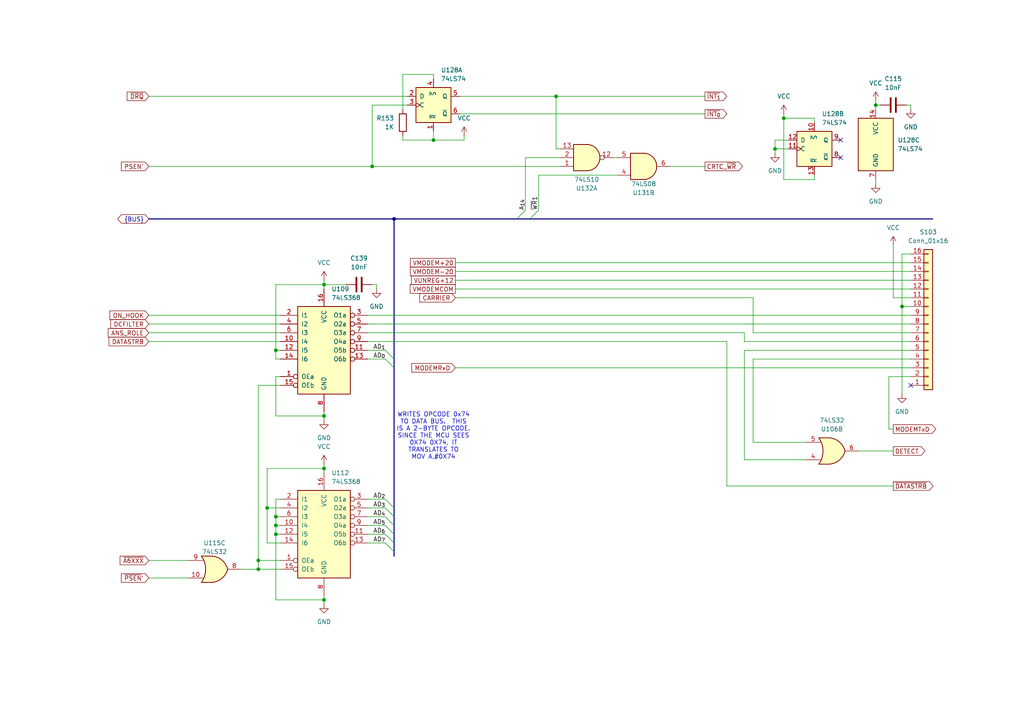
<source format=kicad_sch>
(kicad_sch
	(version 20250114)
	(generator "eeschema")
	(generator_version "9.0")
	(uuid "5752a0af-d3f3-4f51-a1b1-05969802cadd")
	(paper "A4")
	(lib_symbols
		(symbol "74xx:74LS08"
			(pin_names
				(offset 1.016)
			)
			(exclude_from_sim no)
			(in_bom yes)
			(on_board yes)
			(property "Reference" "U"
				(at 0 1.27 0)
				(effects
					(font
						(size 1.27 1.27)
					)
				)
			)
			(property "Value" "74LS08"
				(at 0 -1.27 0)
				(effects
					(font
						(size 1.27 1.27)
					)
				)
			)
			(property "Footprint" ""
				(at 0 0 0)
				(effects
					(font
						(size 1.27 1.27)
					)
					(hide yes)
				)
			)
			(property "Datasheet" "http://www.ti.com/lit/gpn/sn74LS08"
				(at 0 0 0)
				(effects
					(font
						(size 1.27 1.27)
					)
					(hide yes)
				)
			)
			(property "Description" "Quad And2"
				(at 0 0 0)
				(effects
					(font
						(size 1.27 1.27)
					)
					(hide yes)
				)
			)
			(property "ki_locked" ""
				(at 0 0 0)
				(effects
					(font
						(size 1.27 1.27)
					)
				)
			)
			(property "ki_keywords" "TTL and2"
				(at 0 0 0)
				(effects
					(font
						(size 1.27 1.27)
					)
					(hide yes)
				)
			)
			(property "ki_fp_filters" "DIP*W7.62mm*"
				(at 0 0 0)
				(effects
					(font
						(size 1.27 1.27)
					)
					(hide yes)
				)
			)
			(symbol "74LS08_1_1"
				(arc
					(start 0 3.81)
					(mid 3.7934 0)
					(end 0 -3.81)
					(stroke
						(width 0.254)
						(type default)
					)
					(fill
						(type background)
					)
				)
				(polyline
					(pts
						(xy 0 3.81) (xy -3.81 3.81) (xy -3.81 -3.81) (xy 0 -3.81)
					)
					(stroke
						(width 0.254)
						(type default)
					)
					(fill
						(type background)
					)
				)
				(pin input line
					(at -7.62 2.54 0)
					(length 3.81)
					(name "~"
						(effects
							(font
								(size 1.27 1.27)
							)
						)
					)
					(number "1"
						(effects
							(font
								(size 1.27 1.27)
							)
						)
					)
				)
				(pin input line
					(at -7.62 -2.54 0)
					(length 3.81)
					(name "~"
						(effects
							(font
								(size 1.27 1.27)
							)
						)
					)
					(number "2"
						(effects
							(font
								(size 1.27 1.27)
							)
						)
					)
				)
				(pin output line
					(at 7.62 0 180)
					(length 3.81)
					(name "~"
						(effects
							(font
								(size 1.27 1.27)
							)
						)
					)
					(number "3"
						(effects
							(font
								(size 1.27 1.27)
							)
						)
					)
				)
			)
			(symbol "74LS08_1_2"
				(arc
					(start -3.81 3.81)
					(mid -2.589 0)
					(end -3.81 -3.81)
					(stroke
						(width 0.254)
						(type default)
					)
					(fill
						(type none)
					)
				)
				(polyline
					(pts
						(xy -3.81 3.81) (xy -0.635 3.81)
					)
					(stroke
						(width 0.254)
						(type default)
					)
					(fill
						(type background)
					)
				)
				(polyline
					(pts
						(xy -3.81 -3.81) (xy -0.635 -3.81)
					)
					(stroke
						(width 0.254)
						(type default)
					)
					(fill
						(type background)
					)
				)
				(arc
					(start 3.81 0)
					(mid 2.1855 -2.584)
					(end -0.6096 -3.81)
					(stroke
						(width 0.254)
						(type default)
					)
					(fill
						(type background)
					)
				)
				(arc
					(start -0.6096 3.81)
					(mid 2.1928 2.5924)
					(end 3.81 0)
					(stroke
						(width 0.254)
						(type default)
					)
					(fill
						(type background)
					)
				)
				(polyline
					(pts
						(xy -0.635 3.81) (xy -3.81 3.81) (xy -3.81 3.81) (xy -3.556 3.4036) (xy -3.0226 2.2606) (xy -2.6924 1.0414)
						(xy -2.6162 -0.254) (xy -2.7686 -1.4986) (xy -3.175 -2.7178) (xy -3.81 -3.81) (xy -3.81 -3.81)
						(xy -0.635 -3.81)
					)
					(stroke
						(width -25.4)
						(type default)
					)
					(fill
						(type background)
					)
				)
				(pin input inverted
					(at -7.62 2.54 0)
					(length 4.318)
					(name "~"
						(effects
							(font
								(size 1.27 1.27)
							)
						)
					)
					(number "1"
						(effects
							(font
								(size 1.27 1.27)
							)
						)
					)
				)
				(pin input inverted
					(at -7.62 -2.54 0)
					(length 4.318)
					(name "~"
						(effects
							(font
								(size 1.27 1.27)
							)
						)
					)
					(number "2"
						(effects
							(font
								(size 1.27 1.27)
							)
						)
					)
				)
				(pin output inverted
					(at 7.62 0 180)
					(length 3.81)
					(name "~"
						(effects
							(font
								(size 1.27 1.27)
							)
						)
					)
					(number "3"
						(effects
							(font
								(size 1.27 1.27)
							)
						)
					)
				)
			)
			(symbol "74LS08_2_1"
				(arc
					(start 0 3.81)
					(mid 3.7934 0)
					(end 0 -3.81)
					(stroke
						(width 0.254)
						(type default)
					)
					(fill
						(type background)
					)
				)
				(polyline
					(pts
						(xy 0 3.81) (xy -3.81 3.81) (xy -3.81 -3.81) (xy 0 -3.81)
					)
					(stroke
						(width 0.254)
						(type default)
					)
					(fill
						(type background)
					)
				)
				(pin input line
					(at -7.62 2.54 0)
					(length 3.81)
					(name "~"
						(effects
							(font
								(size 1.27 1.27)
							)
						)
					)
					(number "4"
						(effects
							(font
								(size 1.27 1.27)
							)
						)
					)
				)
				(pin input line
					(at -7.62 -2.54 0)
					(length 3.81)
					(name "~"
						(effects
							(font
								(size 1.27 1.27)
							)
						)
					)
					(number "5"
						(effects
							(font
								(size 1.27 1.27)
							)
						)
					)
				)
				(pin output line
					(at 7.62 0 180)
					(length 3.81)
					(name "~"
						(effects
							(font
								(size 1.27 1.27)
							)
						)
					)
					(number "6"
						(effects
							(font
								(size 1.27 1.27)
							)
						)
					)
				)
			)
			(symbol "74LS08_2_2"
				(arc
					(start -3.81 3.81)
					(mid -2.589 0)
					(end -3.81 -3.81)
					(stroke
						(width 0.254)
						(type default)
					)
					(fill
						(type none)
					)
				)
				(polyline
					(pts
						(xy -3.81 3.81) (xy -0.635 3.81)
					)
					(stroke
						(width 0.254)
						(type default)
					)
					(fill
						(type background)
					)
				)
				(polyline
					(pts
						(xy -3.81 -3.81) (xy -0.635 -3.81)
					)
					(stroke
						(width 0.254)
						(type default)
					)
					(fill
						(type background)
					)
				)
				(arc
					(start 3.81 0)
					(mid 2.1855 -2.584)
					(end -0.6096 -3.81)
					(stroke
						(width 0.254)
						(type default)
					)
					(fill
						(type background)
					)
				)
				(arc
					(start -0.6096 3.81)
					(mid 2.1928 2.5924)
					(end 3.81 0)
					(stroke
						(width 0.254)
						(type default)
					)
					(fill
						(type background)
					)
				)
				(polyline
					(pts
						(xy -0.635 3.81) (xy -3.81 3.81) (xy -3.81 3.81) (xy -3.556 3.4036) (xy -3.0226 2.2606) (xy -2.6924 1.0414)
						(xy -2.6162 -0.254) (xy -2.7686 -1.4986) (xy -3.175 -2.7178) (xy -3.81 -3.81) (xy -3.81 -3.81)
						(xy -0.635 -3.81)
					)
					(stroke
						(width -25.4)
						(type default)
					)
					(fill
						(type background)
					)
				)
				(pin input inverted
					(at -7.62 2.54 0)
					(length 4.318)
					(name "~"
						(effects
							(font
								(size 1.27 1.27)
							)
						)
					)
					(number "4"
						(effects
							(font
								(size 1.27 1.27)
							)
						)
					)
				)
				(pin input inverted
					(at -7.62 -2.54 0)
					(length 4.318)
					(name "~"
						(effects
							(font
								(size 1.27 1.27)
							)
						)
					)
					(number "5"
						(effects
							(font
								(size 1.27 1.27)
							)
						)
					)
				)
				(pin output inverted
					(at 7.62 0 180)
					(length 3.81)
					(name "~"
						(effects
							(font
								(size 1.27 1.27)
							)
						)
					)
					(number "6"
						(effects
							(font
								(size 1.27 1.27)
							)
						)
					)
				)
			)
			(symbol "74LS08_3_1"
				(arc
					(start 0 3.81)
					(mid 3.7934 0)
					(end 0 -3.81)
					(stroke
						(width 0.254)
						(type default)
					)
					(fill
						(type background)
					)
				)
				(polyline
					(pts
						(xy 0 3.81) (xy -3.81 3.81) (xy -3.81 -3.81) (xy 0 -3.81)
					)
					(stroke
						(width 0.254)
						(type default)
					)
					(fill
						(type background)
					)
				)
				(pin input line
					(at -7.62 2.54 0)
					(length 3.81)
					(name "~"
						(effects
							(font
								(size 1.27 1.27)
							)
						)
					)
					(number "9"
						(effects
							(font
								(size 1.27 1.27)
							)
						)
					)
				)
				(pin input line
					(at -7.62 -2.54 0)
					(length 3.81)
					(name "~"
						(effects
							(font
								(size 1.27 1.27)
							)
						)
					)
					(number "10"
						(effects
							(font
								(size 1.27 1.27)
							)
						)
					)
				)
				(pin output line
					(at 7.62 0 180)
					(length 3.81)
					(name "~"
						(effects
							(font
								(size 1.27 1.27)
							)
						)
					)
					(number "8"
						(effects
							(font
								(size 1.27 1.27)
							)
						)
					)
				)
			)
			(symbol "74LS08_3_2"
				(arc
					(start -3.81 3.81)
					(mid -2.589 0)
					(end -3.81 -3.81)
					(stroke
						(width 0.254)
						(type default)
					)
					(fill
						(type none)
					)
				)
				(polyline
					(pts
						(xy -3.81 3.81) (xy -0.635 3.81)
					)
					(stroke
						(width 0.254)
						(type default)
					)
					(fill
						(type background)
					)
				)
				(polyline
					(pts
						(xy -3.81 -3.81) (xy -0.635 -3.81)
					)
					(stroke
						(width 0.254)
						(type default)
					)
					(fill
						(type background)
					)
				)
				(arc
					(start 3.81 0)
					(mid 2.1855 -2.584)
					(end -0.6096 -3.81)
					(stroke
						(width 0.254)
						(type default)
					)
					(fill
						(type background)
					)
				)
				(arc
					(start -0.6096 3.81)
					(mid 2.1928 2.5924)
					(end 3.81 0)
					(stroke
						(width 0.254)
						(type default)
					)
					(fill
						(type background)
					)
				)
				(polyline
					(pts
						(xy -0.635 3.81) (xy -3.81 3.81) (xy -3.81 3.81) (xy -3.556 3.4036) (xy -3.0226 2.2606) (xy -2.6924 1.0414)
						(xy -2.6162 -0.254) (xy -2.7686 -1.4986) (xy -3.175 -2.7178) (xy -3.81 -3.81) (xy -3.81 -3.81)
						(xy -0.635 -3.81)
					)
					(stroke
						(width -25.4)
						(type default)
					)
					(fill
						(type background)
					)
				)
				(pin input inverted
					(at -7.62 2.54 0)
					(length 4.318)
					(name "~"
						(effects
							(font
								(size 1.27 1.27)
							)
						)
					)
					(number "9"
						(effects
							(font
								(size 1.27 1.27)
							)
						)
					)
				)
				(pin input inverted
					(at -7.62 -2.54 0)
					(length 4.318)
					(name "~"
						(effects
							(font
								(size 1.27 1.27)
							)
						)
					)
					(number "10"
						(effects
							(font
								(size 1.27 1.27)
							)
						)
					)
				)
				(pin output inverted
					(at 7.62 0 180)
					(length 3.81)
					(name "~"
						(effects
							(font
								(size 1.27 1.27)
							)
						)
					)
					(number "8"
						(effects
							(font
								(size 1.27 1.27)
							)
						)
					)
				)
			)
			(symbol "74LS08_4_1"
				(arc
					(start 0 3.81)
					(mid 3.7934 0)
					(end 0 -3.81)
					(stroke
						(width 0.254)
						(type default)
					)
					(fill
						(type background)
					)
				)
				(polyline
					(pts
						(xy 0 3.81) (xy -3.81 3.81) (xy -3.81 -3.81) (xy 0 -3.81)
					)
					(stroke
						(width 0.254)
						(type default)
					)
					(fill
						(type background)
					)
				)
				(pin input line
					(at -7.62 2.54 0)
					(length 3.81)
					(name "~"
						(effects
							(font
								(size 1.27 1.27)
							)
						)
					)
					(number "12"
						(effects
							(font
								(size 1.27 1.27)
							)
						)
					)
				)
				(pin input line
					(at -7.62 -2.54 0)
					(length 3.81)
					(name "~"
						(effects
							(font
								(size 1.27 1.27)
							)
						)
					)
					(number "13"
						(effects
							(font
								(size 1.27 1.27)
							)
						)
					)
				)
				(pin output line
					(at 7.62 0 180)
					(length 3.81)
					(name "~"
						(effects
							(font
								(size 1.27 1.27)
							)
						)
					)
					(number "11"
						(effects
							(font
								(size 1.27 1.27)
							)
						)
					)
				)
			)
			(symbol "74LS08_4_2"
				(arc
					(start -3.81 3.81)
					(mid -2.589 0)
					(end -3.81 -3.81)
					(stroke
						(width 0.254)
						(type default)
					)
					(fill
						(type none)
					)
				)
				(polyline
					(pts
						(xy -3.81 3.81) (xy -0.635 3.81)
					)
					(stroke
						(width 0.254)
						(type default)
					)
					(fill
						(type background)
					)
				)
				(polyline
					(pts
						(xy -3.81 -3.81) (xy -0.635 -3.81)
					)
					(stroke
						(width 0.254)
						(type default)
					)
					(fill
						(type background)
					)
				)
				(arc
					(start 3.81 0)
					(mid 2.1855 -2.584)
					(end -0.6096 -3.81)
					(stroke
						(width 0.254)
						(type default)
					)
					(fill
						(type background)
					)
				)
				(arc
					(start -0.6096 3.81)
					(mid 2.1928 2.5924)
					(end 3.81 0)
					(stroke
						(width 0.254)
						(type default)
					)
					(fill
						(type background)
					)
				)
				(polyline
					(pts
						(xy -0.635 3.81) (xy -3.81 3.81) (xy -3.81 3.81) (xy -3.556 3.4036) (xy -3.0226 2.2606) (xy -2.6924 1.0414)
						(xy -2.6162 -0.254) (xy -2.7686 -1.4986) (xy -3.175 -2.7178) (xy -3.81 -3.81) (xy -3.81 -3.81)
						(xy -0.635 -3.81)
					)
					(stroke
						(width -25.4)
						(type default)
					)
					(fill
						(type background)
					)
				)
				(pin input inverted
					(at -7.62 2.54 0)
					(length 4.318)
					(name "~"
						(effects
							(font
								(size 1.27 1.27)
							)
						)
					)
					(number "12"
						(effects
							(font
								(size 1.27 1.27)
							)
						)
					)
				)
				(pin input inverted
					(at -7.62 -2.54 0)
					(length 4.318)
					(name "~"
						(effects
							(font
								(size 1.27 1.27)
							)
						)
					)
					(number "13"
						(effects
							(font
								(size 1.27 1.27)
							)
						)
					)
				)
				(pin output inverted
					(at 7.62 0 180)
					(length 3.81)
					(name "~"
						(effects
							(font
								(size 1.27 1.27)
							)
						)
					)
					(number "11"
						(effects
							(font
								(size 1.27 1.27)
							)
						)
					)
				)
			)
			(symbol "74LS08_5_0"
				(pin power_in line
					(at 0 12.7 270)
					(length 5.08)
					(name "VCC"
						(effects
							(font
								(size 1.27 1.27)
							)
						)
					)
					(number "14"
						(effects
							(font
								(size 1.27 1.27)
							)
						)
					)
				)
				(pin power_in line
					(at 0 -12.7 90)
					(length 5.08)
					(name "GND"
						(effects
							(font
								(size 1.27 1.27)
							)
						)
					)
					(number "7"
						(effects
							(font
								(size 1.27 1.27)
							)
						)
					)
				)
			)
			(symbol "74LS08_5_1"
				(rectangle
					(start -5.08 7.62)
					(end 5.08 -7.62)
					(stroke
						(width 0.254)
						(type default)
					)
					(fill
						(type background)
					)
				)
			)
			(embedded_fonts no)
		)
		(symbol "74xx:74LS10"
			(pin_names
				(offset 1.016)
			)
			(exclude_from_sim no)
			(in_bom yes)
			(on_board yes)
			(property "Reference" "U"
				(at 0 1.27 0)
				(effects
					(font
						(size 1.27 1.27)
					)
				)
			)
			(property "Value" "74LS10"
				(at 0 -1.27 0)
				(effects
					(font
						(size 1.27 1.27)
					)
				)
			)
			(property "Footprint" ""
				(at 0 0 0)
				(effects
					(font
						(size 1.27 1.27)
					)
					(hide yes)
				)
			)
			(property "Datasheet" "http://www.ti.com/lit/gpn/sn74LS10"
				(at 0 0 0)
				(effects
					(font
						(size 1.27 1.27)
					)
					(hide yes)
				)
			)
			(property "Description" "Triple 3-input NAND"
				(at 0 0 0)
				(effects
					(font
						(size 1.27 1.27)
					)
					(hide yes)
				)
			)
			(property "ki_locked" ""
				(at 0 0 0)
				(effects
					(font
						(size 1.27 1.27)
					)
				)
			)
			(property "ki_keywords" "TTL Nand3"
				(at 0 0 0)
				(effects
					(font
						(size 1.27 1.27)
					)
					(hide yes)
				)
			)
			(property "ki_fp_filters" "DIP*W7.62mm*"
				(at 0 0 0)
				(effects
					(font
						(size 1.27 1.27)
					)
					(hide yes)
				)
			)
			(symbol "74LS10_1_1"
				(arc
					(start 0 3.81)
					(mid 3.7934 0)
					(end 0 -3.81)
					(stroke
						(width 0.254)
						(type default)
					)
					(fill
						(type background)
					)
				)
				(polyline
					(pts
						(xy 0 3.81) (xy -3.81 3.81) (xy -3.81 -3.81) (xy 0 -3.81)
					)
					(stroke
						(width 0.254)
						(type default)
					)
					(fill
						(type background)
					)
				)
				(pin input line
					(at -7.62 2.54 0)
					(length 3.81)
					(name "~"
						(effects
							(font
								(size 1.27 1.27)
							)
						)
					)
					(number "1"
						(effects
							(font
								(size 1.27 1.27)
							)
						)
					)
				)
				(pin input line
					(at -7.62 0 0)
					(length 3.81)
					(name "~"
						(effects
							(font
								(size 1.27 1.27)
							)
						)
					)
					(number "2"
						(effects
							(font
								(size 1.27 1.27)
							)
						)
					)
				)
				(pin input line
					(at -7.62 -2.54 0)
					(length 3.81)
					(name "~"
						(effects
							(font
								(size 1.27 1.27)
							)
						)
					)
					(number "13"
						(effects
							(font
								(size 1.27 1.27)
							)
						)
					)
				)
				(pin output inverted
					(at 7.62 0 180)
					(length 3.81)
					(name "~"
						(effects
							(font
								(size 1.27 1.27)
							)
						)
					)
					(number "12"
						(effects
							(font
								(size 1.27 1.27)
							)
						)
					)
				)
			)
			(symbol "74LS10_1_2"
				(arc
					(start -3.81 3.81)
					(mid -2.589 0)
					(end -3.81 -3.81)
					(stroke
						(width 0.254)
						(type default)
					)
					(fill
						(type none)
					)
				)
				(polyline
					(pts
						(xy -3.81 3.81) (xy -0.635 3.81)
					)
					(stroke
						(width 0.254)
						(type default)
					)
					(fill
						(type background)
					)
				)
				(polyline
					(pts
						(xy -3.81 -3.81) (xy -0.635 -3.81)
					)
					(stroke
						(width 0.254)
						(type default)
					)
					(fill
						(type background)
					)
				)
				(arc
					(start 3.81 0)
					(mid 2.1855 -2.584)
					(end -0.6096 -3.81)
					(stroke
						(width 0.254)
						(type default)
					)
					(fill
						(type background)
					)
				)
				(arc
					(start -0.6096 3.81)
					(mid 2.1928 2.5924)
					(end 3.81 0)
					(stroke
						(width 0.254)
						(type default)
					)
					(fill
						(type background)
					)
				)
				(polyline
					(pts
						(xy -0.635 3.81) (xy -3.81 3.81) (xy -3.81 3.81) (xy -3.556 3.4036) (xy -3.0226 2.2606) (xy -2.6924 1.0414)
						(xy -2.6162 -0.254) (xy -2.7686 -1.4986) (xy -3.175 -2.7178) (xy -3.81 -3.81) (xy -3.81 -3.81)
						(xy -0.635 -3.81)
					)
					(stroke
						(width -25.4)
						(type default)
					)
					(fill
						(type background)
					)
				)
				(pin input inverted
					(at -7.62 2.54 0)
					(length 4.318)
					(name "~"
						(effects
							(font
								(size 1.27 1.27)
							)
						)
					)
					(number "1"
						(effects
							(font
								(size 1.27 1.27)
							)
						)
					)
				)
				(pin input inverted
					(at -7.62 0 0)
					(length 4.953)
					(name "~"
						(effects
							(font
								(size 1.27 1.27)
							)
						)
					)
					(number "2"
						(effects
							(font
								(size 1.27 1.27)
							)
						)
					)
				)
				(pin input inverted
					(at -7.62 -2.54 0)
					(length 4.318)
					(name "~"
						(effects
							(font
								(size 1.27 1.27)
							)
						)
					)
					(number "13"
						(effects
							(font
								(size 1.27 1.27)
							)
						)
					)
				)
				(pin output line
					(at 7.62 0 180)
					(length 3.81)
					(name "~"
						(effects
							(font
								(size 1.27 1.27)
							)
						)
					)
					(number "12"
						(effects
							(font
								(size 1.27 1.27)
							)
						)
					)
				)
			)
			(symbol "74LS10_2_1"
				(arc
					(start 0 3.81)
					(mid 3.7934 0)
					(end 0 -3.81)
					(stroke
						(width 0.254)
						(type default)
					)
					(fill
						(type background)
					)
				)
				(polyline
					(pts
						(xy 0 3.81) (xy -3.81 3.81) (xy -3.81 -3.81) (xy 0 -3.81)
					)
					(stroke
						(width 0.254)
						(type default)
					)
					(fill
						(type background)
					)
				)
				(pin input line
					(at -7.62 2.54 0)
					(length 3.81)
					(name "~"
						(effects
							(font
								(size 1.27 1.27)
							)
						)
					)
					(number "3"
						(effects
							(font
								(size 1.27 1.27)
							)
						)
					)
				)
				(pin input line
					(at -7.62 0 0)
					(length 3.81)
					(name "~"
						(effects
							(font
								(size 1.27 1.27)
							)
						)
					)
					(number "4"
						(effects
							(font
								(size 1.27 1.27)
							)
						)
					)
				)
				(pin input line
					(at -7.62 -2.54 0)
					(length 3.81)
					(name "~"
						(effects
							(font
								(size 1.27 1.27)
							)
						)
					)
					(number "5"
						(effects
							(font
								(size 1.27 1.27)
							)
						)
					)
				)
				(pin output inverted
					(at 7.62 0 180)
					(length 3.81)
					(name "~"
						(effects
							(font
								(size 1.27 1.27)
							)
						)
					)
					(number "6"
						(effects
							(font
								(size 1.27 1.27)
							)
						)
					)
				)
			)
			(symbol "74LS10_2_2"
				(arc
					(start -3.81 3.81)
					(mid -2.589 0)
					(end -3.81 -3.81)
					(stroke
						(width 0.254)
						(type default)
					)
					(fill
						(type none)
					)
				)
				(polyline
					(pts
						(xy -3.81 3.81) (xy -0.635 3.81)
					)
					(stroke
						(width 0.254)
						(type default)
					)
					(fill
						(type background)
					)
				)
				(polyline
					(pts
						(xy -3.81 -3.81) (xy -0.635 -3.81)
					)
					(stroke
						(width 0.254)
						(type default)
					)
					(fill
						(type background)
					)
				)
				(arc
					(start 3.81 0)
					(mid 2.1855 -2.584)
					(end -0.6096 -3.81)
					(stroke
						(width 0.254)
						(type default)
					)
					(fill
						(type background)
					)
				)
				(arc
					(start -0.6096 3.81)
					(mid 2.1928 2.5924)
					(end 3.81 0)
					(stroke
						(width 0.254)
						(type default)
					)
					(fill
						(type background)
					)
				)
				(polyline
					(pts
						(xy -0.635 3.81) (xy -3.81 3.81) (xy -3.81 3.81) (xy -3.556 3.4036) (xy -3.0226 2.2606) (xy -2.6924 1.0414)
						(xy -2.6162 -0.254) (xy -2.7686 -1.4986) (xy -3.175 -2.7178) (xy -3.81 -3.81) (xy -3.81 -3.81)
						(xy -0.635 -3.81)
					)
					(stroke
						(width -25.4)
						(type default)
					)
					(fill
						(type background)
					)
				)
				(pin input inverted
					(at -7.62 2.54 0)
					(length 4.318)
					(name "~"
						(effects
							(font
								(size 1.27 1.27)
							)
						)
					)
					(number "3"
						(effects
							(font
								(size 1.27 1.27)
							)
						)
					)
				)
				(pin input inverted
					(at -7.62 0 0)
					(length 4.953)
					(name "~"
						(effects
							(font
								(size 1.27 1.27)
							)
						)
					)
					(number "4"
						(effects
							(font
								(size 1.27 1.27)
							)
						)
					)
				)
				(pin input inverted
					(at -7.62 -2.54 0)
					(length 4.318)
					(name "~"
						(effects
							(font
								(size 1.27 1.27)
							)
						)
					)
					(number "5"
						(effects
							(font
								(size 1.27 1.27)
							)
						)
					)
				)
				(pin output line
					(at 7.62 0 180)
					(length 3.81)
					(name "~"
						(effects
							(font
								(size 1.27 1.27)
							)
						)
					)
					(number "6"
						(effects
							(font
								(size 1.27 1.27)
							)
						)
					)
				)
			)
			(symbol "74LS10_3_1"
				(arc
					(start 0 3.81)
					(mid 3.7934 0)
					(end 0 -3.81)
					(stroke
						(width 0.254)
						(type default)
					)
					(fill
						(type background)
					)
				)
				(polyline
					(pts
						(xy 0 3.81) (xy -3.81 3.81) (xy -3.81 -3.81) (xy 0 -3.81)
					)
					(stroke
						(width 0.254)
						(type default)
					)
					(fill
						(type background)
					)
				)
				(pin input line
					(at -7.62 2.54 0)
					(length 3.81)
					(name "~"
						(effects
							(font
								(size 1.27 1.27)
							)
						)
					)
					(number "9"
						(effects
							(font
								(size 1.27 1.27)
							)
						)
					)
				)
				(pin input line
					(at -7.62 0 0)
					(length 3.81)
					(name "~"
						(effects
							(font
								(size 1.27 1.27)
							)
						)
					)
					(number "10"
						(effects
							(font
								(size 1.27 1.27)
							)
						)
					)
				)
				(pin input line
					(at -7.62 -2.54 0)
					(length 3.81)
					(name "~"
						(effects
							(font
								(size 1.27 1.27)
							)
						)
					)
					(number "11"
						(effects
							(font
								(size 1.27 1.27)
							)
						)
					)
				)
				(pin output inverted
					(at 7.62 0 180)
					(length 3.81)
					(name "~"
						(effects
							(font
								(size 1.27 1.27)
							)
						)
					)
					(number "8"
						(effects
							(font
								(size 1.27 1.27)
							)
						)
					)
				)
			)
			(symbol "74LS10_3_2"
				(arc
					(start -3.81 3.81)
					(mid -2.589 0)
					(end -3.81 -3.81)
					(stroke
						(width 0.254)
						(type default)
					)
					(fill
						(type none)
					)
				)
				(polyline
					(pts
						(xy -3.81 3.81) (xy -0.635 3.81)
					)
					(stroke
						(width 0.254)
						(type default)
					)
					(fill
						(type background)
					)
				)
				(polyline
					(pts
						(xy -3.81 -3.81) (xy -0.635 -3.81)
					)
					(stroke
						(width 0.254)
						(type default)
					)
					(fill
						(type background)
					)
				)
				(arc
					(start 3.81 0)
					(mid 2.1855 -2.584)
					(end -0.6096 -3.81)
					(stroke
						(width 0.254)
						(type default)
					)
					(fill
						(type background)
					)
				)
				(arc
					(start -0.6096 3.81)
					(mid 2.1928 2.5924)
					(end 3.81 0)
					(stroke
						(width 0.254)
						(type default)
					)
					(fill
						(type background)
					)
				)
				(polyline
					(pts
						(xy -0.635 3.81) (xy -3.81 3.81) (xy -3.81 3.81) (xy -3.556 3.4036) (xy -3.0226 2.2606) (xy -2.6924 1.0414)
						(xy -2.6162 -0.254) (xy -2.7686 -1.4986) (xy -3.175 -2.7178) (xy -3.81 -3.81) (xy -3.81 -3.81)
						(xy -0.635 -3.81)
					)
					(stroke
						(width -25.4)
						(type default)
					)
					(fill
						(type background)
					)
				)
				(pin input inverted
					(at -7.62 2.54 0)
					(length 4.318)
					(name "~"
						(effects
							(font
								(size 1.27 1.27)
							)
						)
					)
					(number "9"
						(effects
							(font
								(size 1.27 1.27)
							)
						)
					)
				)
				(pin input inverted
					(at -7.62 0 0)
					(length 4.953)
					(name "~"
						(effects
							(font
								(size 1.27 1.27)
							)
						)
					)
					(number "10"
						(effects
							(font
								(size 1.27 1.27)
							)
						)
					)
				)
				(pin input inverted
					(at -7.62 -2.54 0)
					(length 4.318)
					(name "~"
						(effects
							(font
								(size 1.27 1.27)
							)
						)
					)
					(number "11"
						(effects
							(font
								(size 1.27 1.27)
							)
						)
					)
				)
				(pin output line
					(at 7.62 0 180)
					(length 3.81)
					(name "~"
						(effects
							(font
								(size 1.27 1.27)
							)
						)
					)
					(number "8"
						(effects
							(font
								(size 1.27 1.27)
							)
						)
					)
				)
			)
			(symbol "74LS10_4_0"
				(pin power_in line
					(at 0 12.7 270)
					(length 5.08)
					(name "VCC"
						(effects
							(font
								(size 1.27 1.27)
							)
						)
					)
					(number "14"
						(effects
							(font
								(size 1.27 1.27)
							)
						)
					)
				)
				(pin power_in line
					(at 0 -12.7 90)
					(length 5.08)
					(name "GND"
						(effects
							(font
								(size 1.27 1.27)
							)
						)
					)
					(number "7"
						(effects
							(font
								(size 1.27 1.27)
							)
						)
					)
				)
			)
			(symbol "74LS10_4_1"
				(rectangle
					(start -5.08 7.62)
					(end 5.08 -7.62)
					(stroke
						(width 0.254)
						(type default)
					)
					(fill
						(type background)
					)
				)
			)
			(embedded_fonts no)
		)
		(symbol "74xx:74LS32"
			(pin_names
				(offset 1.016)
			)
			(exclude_from_sim no)
			(in_bom yes)
			(on_board yes)
			(property "Reference" "U"
				(at 0 1.27 0)
				(effects
					(font
						(size 1.27 1.27)
					)
				)
			)
			(property "Value" "74LS32"
				(at 0 -1.27 0)
				(effects
					(font
						(size 1.27 1.27)
					)
				)
			)
			(property "Footprint" ""
				(at 0 0 0)
				(effects
					(font
						(size 1.27 1.27)
					)
					(hide yes)
				)
			)
			(property "Datasheet" "http://www.ti.com/lit/gpn/sn74LS32"
				(at 0 0 0)
				(effects
					(font
						(size 1.27 1.27)
					)
					(hide yes)
				)
			)
			(property "Description" "Quad 2-input OR"
				(at 0 0 0)
				(effects
					(font
						(size 1.27 1.27)
					)
					(hide yes)
				)
			)
			(property "ki_locked" ""
				(at 0 0 0)
				(effects
					(font
						(size 1.27 1.27)
					)
				)
			)
			(property "ki_keywords" "TTL Or2"
				(at 0 0 0)
				(effects
					(font
						(size 1.27 1.27)
					)
					(hide yes)
				)
			)
			(property "ki_fp_filters" "DIP?14*"
				(at 0 0 0)
				(effects
					(font
						(size 1.27 1.27)
					)
					(hide yes)
				)
			)
			(symbol "74LS32_1_1"
				(arc
					(start -3.81 3.81)
					(mid -2.589 0)
					(end -3.81 -3.81)
					(stroke
						(width 0.254)
						(type default)
					)
					(fill
						(type none)
					)
				)
				(polyline
					(pts
						(xy -3.81 3.81) (xy -0.635 3.81)
					)
					(stroke
						(width 0.254)
						(type default)
					)
					(fill
						(type background)
					)
				)
				(polyline
					(pts
						(xy -3.81 -3.81) (xy -0.635 -3.81)
					)
					(stroke
						(width 0.254)
						(type default)
					)
					(fill
						(type background)
					)
				)
				(arc
					(start 3.81 0)
					(mid 2.1855 -2.584)
					(end -0.6096 -3.81)
					(stroke
						(width 0.254)
						(type default)
					)
					(fill
						(type background)
					)
				)
				(arc
					(start -0.6096 3.81)
					(mid 2.1928 2.5924)
					(end 3.81 0)
					(stroke
						(width 0.254)
						(type default)
					)
					(fill
						(type background)
					)
				)
				(polyline
					(pts
						(xy -0.635 3.81) (xy -3.81 3.81) (xy -3.81 3.81) (xy -3.556 3.4036) (xy -3.0226 2.2606) (xy -2.6924 1.0414)
						(xy -2.6162 -0.254) (xy -2.7686 -1.4986) (xy -3.175 -2.7178) (xy -3.81 -3.81) (xy -3.81 -3.81)
						(xy -0.635 -3.81)
					)
					(stroke
						(width -25.4)
						(type default)
					)
					(fill
						(type background)
					)
				)
				(pin input line
					(at -7.62 2.54 0)
					(length 4.318)
					(name "~"
						(effects
							(font
								(size 1.27 1.27)
							)
						)
					)
					(number "1"
						(effects
							(font
								(size 1.27 1.27)
							)
						)
					)
				)
				(pin input line
					(at -7.62 -2.54 0)
					(length 4.318)
					(name "~"
						(effects
							(font
								(size 1.27 1.27)
							)
						)
					)
					(number "2"
						(effects
							(font
								(size 1.27 1.27)
							)
						)
					)
				)
				(pin output line
					(at 7.62 0 180)
					(length 3.81)
					(name "~"
						(effects
							(font
								(size 1.27 1.27)
							)
						)
					)
					(number "3"
						(effects
							(font
								(size 1.27 1.27)
							)
						)
					)
				)
			)
			(symbol "74LS32_1_2"
				(arc
					(start 0 3.81)
					(mid 3.7934 0)
					(end 0 -3.81)
					(stroke
						(width 0.254)
						(type default)
					)
					(fill
						(type background)
					)
				)
				(polyline
					(pts
						(xy 0 3.81) (xy -3.81 3.81) (xy -3.81 -3.81) (xy 0 -3.81)
					)
					(stroke
						(width 0.254)
						(type default)
					)
					(fill
						(type background)
					)
				)
				(pin input inverted
					(at -7.62 2.54 0)
					(length 3.81)
					(name "~"
						(effects
							(font
								(size 1.27 1.27)
							)
						)
					)
					(number "1"
						(effects
							(font
								(size 1.27 1.27)
							)
						)
					)
				)
				(pin input inverted
					(at -7.62 -2.54 0)
					(length 3.81)
					(name "~"
						(effects
							(font
								(size 1.27 1.27)
							)
						)
					)
					(number "2"
						(effects
							(font
								(size 1.27 1.27)
							)
						)
					)
				)
				(pin output inverted
					(at 7.62 0 180)
					(length 3.81)
					(name "~"
						(effects
							(font
								(size 1.27 1.27)
							)
						)
					)
					(number "3"
						(effects
							(font
								(size 1.27 1.27)
							)
						)
					)
				)
			)
			(symbol "74LS32_2_1"
				(arc
					(start -3.81 3.81)
					(mid -2.589 0)
					(end -3.81 -3.81)
					(stroke
						(width 0.254)
						(type default)
					)
					(fill
						(type none)
					)
				)
				(polyline
					(pts
						(xy -3.81 3.81) (xy -0.635 3.81)
					)
					(stroke
						(width 0.254)
						(type default)
					)
					(fill
						(type background)
					)
				)
				(polyline
					(pts
						(xy -3.81 -3.81) (xy -0.635 -3.81)
					)
					(stroke
						(width 0.254)
						(type default)
					)
					(fill
						(type background)
					)
				)
				(arc
					(start 3.81 0)
					(mid 2.1855 -2.584)
					(end -0.6096 -3.81)
					(stroke
						(width 0.254)
						(type default)
					)
					(fill
						(type background)
					)
				)
				(arc
					(start -0.6096 3.81)
					(mid 2.1928 2.5924)
					(end 3.81 0)
					(stroke
						(width 0.254)
						(type default)
					)
					(fill
						(type background)
					)
				)
				(polyline
					(pts
						(xy -0.635 3.81) (xy -3.81 3.81) (xy -3.81 3.81) (xy -3.556 3.4036) (xy -3.0226 2.2606) (xy -2.6924 1.0414)
						(xy -2.6162 -0.254) (xy -2.7686 -1.4986) (xy -3.175 -2.7178) (xy -3.81 -3.81) (xy -3.81 -3.81)
						(xy -0.635 -3.81)
					)
					(stroke
						(width -25.4)
						(type default)
					)
					(fill
						(type background)
					)
				)
				(pin input line
					(at -7.62 2.54 0)
					(length 4.318)
					(name "~"
						(effects
							(font
								(size 1.27 1.27)
							)
						)
					)
					(number "4"
						(effects
							(font
								(size 1.27 1.27)
							)
						)
					)
				)
				(pin input line
					(at -7.62 -2.54 0)
					(length 4.318)
					(name "~"
						(effects
							(font
								(size 1.27 1.27)
							)
						)
					)
					(number "5"
						(effects
							(font
								(size 1.27 1.27)
							)
						)
					)
				)
				(pin output line
					(at 7.62 0 180)
					(length 3.81)
					(name "~"
						(effects
							(font
								(size 1.27 1.27)
							)
						)
					)
					(number "6"
						(effects
							(font
								(size 1.27 1.27)
							)
						)
					)
				)
			)
			(symbol "74LS32_2_2"
				(arc
					(start 0 3.81)
					(mid 3.7934 0)
					(end 0 -3.81)
					(stroke
						(width 0.254)
						(type default)
					)
					(fill
						(type background)
					)
				)
				(polyline
					(pts
						(xy 0 3.81) (xy -3.81 3.81) (xy -3.81 -3.81) (xy 0 -3.81)
					)
					(stroke
						(width 0.254)
						(type default)
					)
					(fill
						(type background)
					)
				)
				(pin input inverted
					(at -7.62 2.54 0)
					(length 3.81)
					(name "~"
						(effects
							(font
								(size 1.27 1.27)
							)
						)
					)
					(number "4"
						(effects
							(font
								(size 1.27 1.27)
							)
						)
					)
				)
				(pin input inverted
					(at -7.62 -2.54 0)
					(length 3.81)
					(name "~"
						(effects
							(font
								(size 1.27 1.27)
							)
						)
					)
					(number "5"
						(effects
							(font
								(size 1.27 1.27)
							)
						)
					)
				)
				(pin output inverted
					(at 7.62 0 180)
					(length 3.81)
					(name "~"
						(effects
							(font
								(size 1.27 1.27)
							)
						)
					)
					(number "6"
						(effects
							(font
								(size 1.27 1.27)
							)
						)
					)
				)
			)
			(symbol "74LS32_3_1"
				(arc
					(start -3.81 3.81)
					(mid -2.589 0)
					(end -3.81 -3.81)
					(stroke
						(width 0.254)
						(type default)
					)
					(fill
						(type none)
					)
				)
				(polyline
					(pts
						(xy -3.81 3.81) (xy -0.635 3.81)
					)
					(stroke
						(width 0.254)
						(type default)
					)
					(fill
						(type background)
					)
				)
				(polyline
					(pts
						(xy -3.81 -3.81) (xy -0.635 -3.81)
					)
					(stroke
						(width 0.254)
						(type default)
					)
					(fill
						(type background)
					)
				)
				(arc
					(start 3.81 0)
					(mid 2.1855 -2.584)
					(end -0.6096 -3.81)
					(stroke
						(width 0.254)
						(type default)
					)
					(fill
						(type background)
					)
				)
				(arc
					(start -0.6096 3.81)
					(mid 2.1928 2.5924)
					(end 3.81 0)
					(stroke
						(width 0.254)
						(type default)
					)
					(fill
						(type background)
					)
				)
				(polyline
					(pts
						(xy -0.635 3.81) (xy -3.81 3.81) (xy -3.81 3.81) (xy -3.556 3.4036) (xy -3.0226 2.2606) (xy -2.6924 1.0414)
						(xy -2.6162 -0.254) (xy -2.7686 -1.4986) (xy -3.175 -2.7178) (xy -3.81 -3.81) (xy -3.81 -3.81)
						(xy -0.635 -3.81)
					)
					(stroke
						(width -25.4)
						(type default)
					)
					(fill
						(type background)
					)
				)
				(pin input line
					(at -7.62 2.54 0)
					(length 4.318)
					(name "~"
						(effects
							(font
								(size 1.27 1.27)
							)
						)
					)
					(number "9"
						(effects
							(font
								(size 1.27 1.27)
							)
						)
					)
				)
				(pin input line
					(at -7.62 -2.54 0)
					(length 4.318)
					(name "~"
						(effects
							(font
								(size 1.27 1.27)
							)
						)
					)
					(number "10"
						(effects
							(font
								(size 1.27 1.27)
							)
						)
					)
				)
				(pin output line
					(at 7.62 0 180)
					(length 3.81)
					(name "~"
						(effects
							(font
								(size 1.27 1.27)
							)
						)
					)
					(number "8"
						(effects
							(font
								(size 1.27 1.27)
							)
						)
					)
				)
			)
			(symbol "74LS32_3_2"
				(arc
					(start 0 3.81)
					(mid 3.7934 0)
					(end 0 -3.81)
					(stroke
						(width 0.254)
						(type default)
					)
					(fill
						(type background)
					)
				)
				(polyline
					(pts
						(xy 0 3.81) (xy -3.81 3.81) (xy -3.81 -3.81) (xy 0 -3.81)
					)
					(stroke
						(width 0.254)
						(type default)
					)
					(fill
						(type background)
					)
				)
				(pin input inverted
					(at -7.62 2.54 0)
					(length 3.81)
					(name "~"
						(effects
							(font
								(size 1.27 1.27)
							)
						)
					)
					(number "9"
						(effects
							(font
								(size 1.27 1.27)
							)
						)
					)
				)
				(pin input inverted
					(at -7.62 -2.54 0)
					(length 3.81)
					(name "~"
						(effects
							(font
								(size 1.27 1.27)
							)
						)
					)
					(number "10"
						(effects
							(font
								(size 1.27 1.27)
							)
						)
					)
				)
				(pin output inverted
					(at 7.62 0 180)
					(length 3.81)
					(name "~"
						(effects
							(font
								(size 1.27 1.27)
							)
						)
					)
					(number "8"
						(effects
							(font
								(size 1.27 1.27)
							)
						)
					)
				)
			)
			(symbol "74LS32_4_1"
				(arc
					(start -3.81 3.81)
					(mid -2.589 0)
					(end -3.81 -3.81)
					(stroke
						(width 0.254)
						(type default)
					)
					(fill
						(type none)
					)
				)
				(polyline
					(pts
						(xy -3.81 3.81) (xy -0.635 3.81)
					)
					(stroke
						(width 0.254)
						(type default)
					)
					(fill
						(type background)
					)
				)
				(polyline
					(pts
						(xy -3.81 -3.81) (xy -0.635 -3.81)
					)
					(stroke
						(width 0.254)
						(type default)
					)
					(fill
						(type background)
					)
				)
				(arc
					(start 3.81 0)
					(mid 2.1855 -2.584)
					(end -0.6096 -3.81)
					(stroke
						(width 0.254)
						(type default)
					)
					(fill
						(type background)
					)
				)
				(arc
					(start -0.6096 3.81)
					(mid 2.1928 2.5924)
					(end 3.81 0)
					(stroke
						(width 0.254)
						(type default)
					)
					(fill
						(type background)
					)
				)
				(polyline
					(pts
						(xy -0.635 3.81) (xy -3.81 3.81) (xy -3.81 3.81) (xy -3.556 3.4036) (xy -3.0226 2.2606) (xy -2.6924 1.0414)
						(xy -2.6162 -0.254) (xy -2.7686 -1.4986) (xy -3.175 -2.7178) (xy -3.81 -3.81) (xy -3.81 -3.81)
						(xy -0.635 -3.81)
					)
					(stroke
						(width -25.4)
						(type default)
					)
					(fill
						(type background)
					)
				)
				(pin input line
					(at -7.62 2.54 0)
					(length 4.318)
					(name "~"
						(effects
							(font
								(size 1.27 1.27)
							)
						)
					)
					(number "12"
						(effects
							(font
								(size 1.27 1.27)
							)
						)
					)
				)
				(pin input line
					(at -7.62 -2.54 0)
					(length 4.318)
					(name "~"
						(effects
							(font
								(size 1.27 1.27)
							)
						)
					)
					(number "13"
						(effects
							(font
								(size 1.27 1.27)
							)
						)
					)
				)
				(pin output line
					(at 7.62 0 180)
					(length 3.81)
					(name "~"
						(effects
							(font
								(size 1.27 1.27)
							)
						)
					)
					(number "11"
						(effects
							(font
								(size 1.27 1.27)
							)
						)
					)
				)
			)
			(symbol "74LS32_4_2"
				(arc
					(start 0 3.81)
					(mid 3.7934 0)
					(end 0 -3.81)
					(stroke
						(width 0.254)
						(type default)
					)
					(fill
						(type background)
					)
				)
				(polyline
					(pts
						(xy 0 3.81) (xy -3.81 3.81) (xy -3.81 -3.81) (xy 0 -3.81)
					)
					(stroke
						(width 0.254)
						(type default)
					)
					(fill
						(type background)
					)
				)
				(pin input inverted
					(at -7.62 2.54 0)
					(length 3.81)
					(name "~"
						(effects
							(font
								(size 1.27 1.27)
							)
						)
					)
					(number "12"
						(effects
							(font
								(size 1.27 1.27)
							)
						)
					)
				)
				(pin input inverted
					(at -7.62 -2.54 0)
					(length 3.81)
					(name "~"
						(effects
							(font
								(size 1.27 1.27)
							)
						)
					)
					(number "13"
						(effects
							(font
								(size 1.27 1.27)
							)
						)
					)
				)
				(pin output inverted
					(at 7.62 0 180)
					(length 3.81)
					(name "~"
						(effects
							(font
								(size 1.27 1.27)
							)
						)
					)
					(number "11"
						(effects
							(font
								(size 1.27 1.27)
							)
						)
					)
				)
			)
			(symbol "74LS32_5_0"
				(pin power_in line
					(at 0 12.7 270)
					(length 5.08)
					(name "VCC"
						(effects
							(font
								(size 1.27 1.27)
							)
						)
					)
					(number "14"
						(effects
							(font
								(size 1.27 1.27)
							)
						)
					)
				)
				(pin power_in line
					(at 0 -12.7 90)
					(length 5.08)
					(name "GND"
						(effects
							(font
								(size 1.27 1.27)
							)
						)
					)
					(number "7"
						(effects
							(font
								(size 1.27 1.27)
							)
						)
					)
				)
			)
			(symbol "74LS32_5_1"
				(rectangle
					(start -5.08 7.62)
					(end 5.08 -7.62)
					(stroke
						(width 0.254)
						(type default)
					)
					(fill
						(type background)
					)
				)
			)
			(embedded_fonts no)
		)
		(symbol "74xx:74LS368"
			(pin_names
				(offset 1.016)
			)
			(exclude_from_sim no)
			(in_bom yes)
			(on_board yes)
			(property "Reference" "U"
				(at -7.62 13.97 0)
				(effects
					(font
						(size 1.27 1.27)
					)
				)
			)
			(property "Value" "74LS368"
				(at -7.62 -13.97 0)
				(effects
					(font
						(size 1.27 1.27)
					)
				)
			)
			(property "Footprint" ""
				(at 0 0 0)
				(effects
					(font
						(size 1.27 1.27)
					)
					(hide yes)
				)
			)
			(property "Datasheet" "http://www.ti.com/lit/gpn/sn74LS368"
				(at 0 0 0)
				(effects
					(font
						(size 1.27 1.27)
					)
					(hide yes)
				)
			)
			(property "Description" "Hex Bus Driver inverter, 3-state outputs"
				(at 0 0 0)
				(effects
					(font
						(size 1.27 1.27)
					)
					(hide yes)
				)
			)
			(property "ki_locked" ""
				(at 0 0 0)
				(effects
					(font
						(size 1.27 1.27)
					)
				)
			)
			(property "ki_keywords" "TTL Buffer BUS 3State"
				(at 0 0 0)
				(effects
					(font
						(size 1.27 1.27)
					)
					(hide yes)
				)
			)
			(property "ki_fp_filters" "DIP?16*"
				(at 0 0 0)
				(effects
					(font
						(size 1.27 1.27)
					)
					(hide yes)
				)
			)
			(symbol "74LS368_1_0"
				(pin input line
					(at -12.7 10.16 0)
					(length 5.08)
					(name "I1"
						(effects
							(font
								(size 1.27 1.27)
							)
						)
					)
					(number "2"
						(effects
							(font
								(size 1.27 1.27)
							)
						)
					)
				)
				(pin input line
					(at -12.7 7.62 0)
					(length 5.08)
					(name "I2"
						(effects
							(font
								(size 1.27 1.27)
							)
						)
					)
					(number "4"
						(effects
							(font
								(size 1.27 1.27)
							)
						)
					)
				)
				(pin input line
					(at -12.7 5.08 0)
					(length 5.08)
					(name "I3"
						(effects
							(font
								(size 1.27 1.27)
							)
						)
					)
					(number "6"
						(effects
							(font
								(size 1.27 1.27)
							)
						)
					)
				)
				(pin input line
					(at -12.7 2.54 0)
					(length 5.08)
					(name "I4"
						(effects
							(font
								(size 1.27 1.27)
							)
						)
					)
					(number "10"
						(effects
							(font
								(size 1.27 1.27)
							)
						)
					)
				)
				(pin input line
					(at -12.7 0 0)
					(length 5.08)
					(name "I5"
						(effects
							(font
								(size 1.27 1.27)
							)
						)
					)
					(number "12"
						(effects
							(font
								(size 1.27 1.27)
							)
						)
					)
				)
				(pin input line
					(at -12.7 -2.54 0)
					(length 5.08)
					(name "I6"
						(effects
							(font
								(size 1.27 1.27)
							)
						)
					)
					(number "14"
						(effects
							(font
								(size 1.27 1.27)
							)
						)
					)
				)
				(pin input inverted
					(at -12.7 -7.62 0)
					(length 5.08)
					(name "OEa"
						(effects
							(font
								(size 1.27 1.27)
							)
						)
					)
					(number "1"
						(effects
							(font
								(size 1.27 1.27)
							)
						)
					)
				)
				(pin input inverted
					(at -12.7 -10.16 0)
					(length 5.08)
					(name "OEb"
						(effects
							(font
								(size 1.27 1.27)
							)
						)
					)
					(number "15"
						(effects
							(font
								(size 1.27 1.27)
							)
						)
					)
				)
				(pin power_in line
					(at 0 17.78 270)
					(length 5.08)
					(name "VCC"
						(effects
							(font
								(size 1.27 1.27)
							)
						)
					)
					(number "16"
						(effects
							(font
								(size 1.27 1.27)
							)
						)
					)
				)
				(pin power_in line
					(at 0 -17.78 90)
					(length 5.08)
					(name "GND"
						(effects
							(font
								(size 1.27 1.27)
							)
						)
					)
					(number "8"
						(effects
							(font
								(size 1.27 1.27)
							)
						)
					)
				)
				(pin tri_state inverted
					(at 12.7 10.16 180)
					(length 5.08)
					(name "O1a"
						(effects
							(font
								(size 1.27 1.27)
							)
						)
					)
					(number "3"
						(effects
							(font
								(size 1.27 1.27)
							)
						)
					)
				)
				(pin tri_state inverted
					(at 12.7 7.62 180)
					(length 5.08)
					(name "O2a"
						(effects
							(font
								(size 1.27 1.27)
							)
						)
					)
					(number "5"
						(effects
							(font
								(size 1.27 1.27)
							)
						)
					)
				)
				(pin tri_state inverted
					(at 12.7 5.08 180)
					(length 5.08)
					(name "O3a"
						(effects
							(font
								(size 1.27 1.27)
							)
						)
					)
					(number "7"
						(effects
							(font
								(size 1.27 1.27)
							)
						)
					)
				)
				(pin tri_state inverted
					(at 12.7 2.54 180)
					(length 5.08)
					(name "O4a"
						(effects
							(font
								(size 1.27 1.27)
							)
						)
					)
					(number "9"
						(effects
							(font
								(size 1.27 1.27)
							)
						)
					)
				)
				(pin tri_state inverted
					(at 12.7 0 180)
					(length 5.08)
					(name "O5b"
						(effects
							(font
								(size 1.27 1.27)
							)
						)
					)
					(number "11"
						(effects
							(font
								(size 1.27 1.27)
							)
						)
					)
				)
				(pin tri_state inverted
					(at 12.7 -2.54 180)
					(length 5.08)
					(name "O6b"
						(effects
							(font
								(size 1.27 1.27)
							)
						)
					)
					(number "13"
						(effects
							(font
								(size 1.27 1.27)
							)
						)
					)
				)
			)
			(symbol "74LS368_1_1"
				(rectangle
					(start -7.62 12.7)
					(end 7.62 -12.7)
					(stroke
						(width 0.254)
						(type default)
					)
					(fill
						(type background)
					)
				)
			)
			(embedded_fonts no)
		)
		(symbol "74xx:74LS74"
			(pin_names
				(offset 1.016)
			)
			(exclude_from_sim no)
			(in_bom yes)
			(on_board yes)
			(property "Reference" "U"
				(at -7.62 8.89 0)
				(effects
					(font
						(size 1.27 1.27)
					)
				)
			)
			(property "Value" "74LS74"
				(at -7.62 -8.89 0)
				(effects
					(font
						(size 1.27 1.27)
					)
				)
			)
			(property "Footprint" ""
				(at 0 0 0)
				(effects
					(font
						(size 1.27 1.27)
					)
					(hide yes)
				)
			)
			(property "Datasheet" "74xx/74hc_hct74.pdf"
				(at 0 0 0)
				(effects
					(font
						(size 1.27 1.27)
					)
					(hide yes)
				)
			)
			(property "Description" "Dual D Flip-flop, Set & Reset"
				(at 0 0 0)
				(effects
					(font
						(size 1.27 1.27)
					)
					(hide yes)
				)
			)
			(property "ki_locked" ""
				(at 0 0 0)
				(effects
					(font
						(size 1.27 1.27)
					)
				)
			)
			(property "ki_keywords" "TTL DFF"
				(at 0 0 0)
				(effects
					(font
						(size 1.27 1.27)
					)
					(hide yes)
				)
			)
			(property "ki_fp_filters" "DIP*W7.62mm*"
				(at 0 0 0)
				(effects
					(font
						(size 1.27 1.27)
					)
					(hide yes)
				)
			)
			(symbol "74LS74_1_0"
				(pin input line
					(at -7.62 2.54 0)
					(length 2.54)
					(name "D"
						(effects
							(font
								(size 1.27 1.27)
							)
						)
					)
					(number "2"
						(effects
							(font
								(size 1.27 1.27)
							)
						)
					)
				)
				(pin input clock
					(at -7.62 0 0)
					(length 2.54)
					(name "C"
						(effects
							(font
								(size 1.27 1.27)
							)
						)
					)
					(number "3"
						(effects
							(font
								(size 1.27 1.27)
							)
						)
					)
				)
				(pin input line
					(at 0 7.62 270)
					(length 2.54)
					(name "~{S}"
						(effects
							(font
								(size 1.27 1.27)
							)
						)
					)
					(number "4"
						(effects
							(font
								(size 1.27 1.27)
							)
						)
					)
				)
				(pin input line
					(at 0 -7.62 90)
					(length 2.54)
					(name "~{R}"
						(effects
							(font
								(size 1.27 1.27)
							)
						)
					)
					(number "1"
						(effects
							(font
								(size 1.27 1.27)
							)
						)
					)
				)
				(pin output line
					(at 7.62 2.54 180)
					(length 2.54)
					(name "Q"
						(effects
							(font
								(size 1.27 1.27)
							)
						)
					)
					(number "5"
						(effects
							(font
								(size 1.27 1.27)
							)
						)
					)
				)
				(pin output line
					(at 7.62 -2.54 180)
					(length 2.54)
					(name "~{Q}"
						(effects
							(font
								(size 1.27 1.27)
							)
						)
					)
					(number "6"
						(effects
							(font
								(size 1.27 1.27)
							)
						)
					)
				)
			)
			(symbol "74LS74_1_1"
				(rectangle
					(start -5.08 5.08)
					(end 5.08 -5.08)
					(stroke
						(width 0.254)
						(type default)
					)
					(fill
						(type background)
					)
				)
			)
			(symbol "74LS74_2_0"
				(pin input line
					(at -7.62 2.54 0)
					(length 2.54)
					(name "D"
						(effects
							(font
								(size 1.27 1.27)
							)
						)
					)
					(number "12"
						(effects
							(font
								(size 1.27 1.27)
							)
						)
					)
				)
				(pin input clock
					(at -7.62 0 0)
					(length 2.54)
					(name "C"
						(effects
							(font
								(size 1.27 1.27)
							)
						)
					)
					(number "11"
						(effects
							(font
								(size 1.27 1.27)
							)
						)
					)
				)
				(pin input line
					(at 0 7.62 270)
					(length 2.54)
					(name "~{S}"
						(effects
							(font
								(size 1.27 1.27)
							)
						)
					)
					(number "10"
						(effects
							(font
								(size 1.27 1.27)
							)
						)
					)
				)
				(pin input line
					(at 0 -7.62 90)
					(length 2.54)
					(name "~{R}"
						(effects
							(font
								(size 1.27 1.27)
							)
						)
					)
					(number "13"
						(effects
							(font
								(size 1.27 1.27)
							)
						)
					)
				)
				(pin output line
					(at 7.62 2.54 180)
					(length 2.54)
					(name "Q"
						(effects
							(font
								(size 1.27 1.27)
							)
						)
					)
					(number "9"
						(effects
							(font
								(size 1.27 1.27)
							)
						)
					)
				)
				(pin output line
					(at 7.62 -2.54 180)
					(length 2.54)
					(name "~{Q}"
						(effects
							(font
								(size 1.27 1.27)
							)
						)
					)
					(number "8"
						(effects
							(font
								(size 1.27 1.27)
							)
						)
					)
				)
			)
			(symbol "74LS74_2_1"
				(rectangle
					(start -5.08 5.08)
					(end 5.08 -5.08)
					(stroke
						(width 0.254)
						(type default)
					)
					(fill
						(type background)
					)
				)
			)
			(symbol "74LS74_3_0"
				(pin power_in line
					(at 0 10.16 270)
					(length 2.54)
					(name "VCC"
						(effects
							(font
								(size 1.27 1.27)
							)
						)
					)
					(number "14"
						(effects
							(font
								(size 1.27 1.27)
							)
						)
					)
				)
				(pin power_in line
					(at 0 -10.16 90)
					(length 2.54)
					(name "GND"
						(effects
							(font
								(size 1.27 1.27)
							)
						)
					)
					(number "7"
						(effects
							(font
								(size 1.27 1.27)
							)
						)
					)
				)
			)
			(symbol "74LS74_3_1"
				(rectangle
					(start -5.08 7.62)
					(end 5.08 -7.62)
					(stroke
						(width 0.254)
						(type default)
					)
					(fill
						(type background)
					)
				)
			)
			(embedded_fonts no)
		)
		(symbol "Connector_Generic:Conn_01x16"
			(pin_names
				(offset 1.016)
				(hide yes)
			)
			(exclude_from_sim no)
			(in_bom yes)
			(on_board yes)
			(property "Reference" "J"
				(at 0 20.32 0)
				(effects
					(font
						(size 1.27 1.27)
					)
				)
			)
			(property "Value" "Conn_01x16"
				(at 0 -22.86 0)
				(effects
					(font
						(size 1.27 1.27)
					)
				)
			)
			(property "Footprint" ""
				(at 0 0 0)
				(effects
					(font
						(size 1.27 1.27)
					)
					(hide yes)
				)
			)
			(property "Datasheet" "~"
				(at 0 0 0)
				(effects
					(font
						(size 1.27 1.27)
					)
					(hide yes)
				)
			)
			(property "Description" "Generic connector, single row, 01x16, script generated (kicad-library-utils/schlib/autogen/connector/)"
				(at 0 0 0)
				(effects
					(font
						(size 1.27 1.27)
					)
					(hide yes)
				)
			)
			(property "ki_keywords" "connector"
				(at 0 0 0)
				(effects
					(font
						(size 1.27 1.27)
					)
					(hide yes)
				)
			)
			(property "ki_fp_filters" "Connector*:*_1x??_*"
				(at 0 0 0)
				(effects
					(font
						(size 1.27 1.27)
					)
					(hide yes)
				)
			)
			(symbol "Conn_01x16_1_1"
				(rectangle
					(start -1.27 19.05)
					(end 1.27 -21.59)
					(stroke
						(width 0.254)
						(type default)
					)
					(fill
						(type background)
					)
				)
				(rectangle
					(start -1.27 17.907)
					(end 0 17.653)
					(stroke
						(width 0.1524)
						(type default)
					)
					(fill
						(type none)
					)
				)
				(rectangle
					(start -1.27 15.367)
					(end 0 15.113)
					(stroke
						(width 0.1524)
						(type default)
					)
					(fill
						(type none)
					)
				)
				(rectangle
					(start -1.27 12.827)
					(end 0 12.573)
					(stroke
						(width 0.1524)
						(type default)
					)
					(fill
						(type none)
					)
				)
				(rectangle
					(start -1.27 10.287)
					(end 0 10.033)
					(stroke
						(width 0.1524)
						(type default)
					)
					(fill
						(type none)
					)
				)
				(rectangle
					(start -1.27 7.747)
					(end 0 7.493)
					(stroke
						(width 0.1524)
						(type default)
					)
					(fill
						(type none)
					)
				)
				(rectangle
					(start -1.27 5.207)
					(end 0 4.953)
					(stroke
						(width 0.1524)
						(type default)
					)
					(fill
						(type none)
					)
				)
				(rectangle
					(start -1.27 2.667)
					(end 0 2.413)
					(stroke
						(width 0.1524)
						(type default)
					)
					(fill
						(type none)
					)
				)
				(rectangle
					(start -1.27 0.127)
					(end 0 -0.127)
					(stroke
						(width 0.1524)
						(type default)
					)
					(fill
						(type none)
					)
				)
				(rectangle
					(start -1.27 -2.413)
					(end 0 -2.667)
					(stroke
						(width 0.1524)
						(type default)
					)
					(fill
						(type none)
					)
				)
				(rectangle
					(start -1.27 -4.953)
					(end 0 -5.207)
					(stroke
						(width 0.1524)
						(type default)
					)
					(fill
						(type none)
					)
				)
				(rectangle
					(start -1.27 -7.493)
					(end 0 -7.747)
					(stroke
						(width 0.1524)
						(type default)
					)
					(fill
						(type none)
					)
				)
				(rectangle
					(start -1.27 -10.033)
					(end 0 -10.287)
					(stroke
						(width 0.1524)
						(type default)
					)
					(fill
						(type none)
					)
				)
				(rectangle
					(start -1.27 -12.573)
					(end 0 -12.827)
					(stroke
						(width 0.1524)
						(type default)
					)
					(fill
						(type none)
					)
				)
				(rectangle
					(start -1.27 -15.113)
					(end 0 -15.367)
					(stroke
						(width 0.1524)
						(type default)
					)
					(fill
						(type none)
					)
				)
				(rectangle
					(start -1.27 -17.653)
					(end 0 -17.907)
					(stroke
						(width 0.1524)
						(type default)
					)
					(fill
						(type none)
					)
				)
				(rectangle
					(start -1.27 -20.193)
					(end 0 -20.447)
					(stroke
						(width 0.1524)
						(type default)
					)
					(fill
						(type none)
					)
				)
				(pin passive line
					(at -5.08 17.78 0)
					(length 3.81)
					(name "Pin_1"
						(effects
							(font
								(size 1.27 1.27)
							)
						)
					)
					(number "1"
						(effects
							(font
								(size 1.27 1.27)
							)
						)
					)
				)
				(pin passive line
					(at -5.08 15.24 0)
					(length 3.81)
					(name "Pin_2"
						(effects
							(font
								(size 1.27 1.27)
							)
						)
					)
					(number "2"
						(effects
							(font
								(size 1.27 1.27)
							)
						)
					)
				)
				(pin passive line
					(at -5.08 12.7 0)
					(length 3.81)
					(name "Pin_3"
						(effects
							(font
								(size 1.27 1.27)
							)
						)
					)
					(number "3"
						(effects
							(font
								(size 1.27 1.27)
							)
						)
					)
				)
				(pin passive line
					(at -5.08 10.16 0)
					(length 3.81)
					(name "Pin_4"
						(effects
							(font
								(size 1.27 1.27)
							)
						)
					)
					(number "4"
						(effects
							(font
								(size 1.27 1.27)
							)
						)
					)
				)
				(pin passive line
					(at -5.08 7.62 0)
					(length 3.81)
					(name "Pin_5"
						(effects
							(font
								(size 1.27 1.27)
							)
						)
					)
					(number "5"
						(effects
							(font
								(size 1.27 1.27)
							)
						)
					)
				)
				(pin passive line
					(at -5.08 5.08 0)
					(length 3.81)
					(name "Pin_6"
						(effects
							(font
								(size 1.27 1.27)
							)
						)
					)
					(number "6"
						(effects
							(font
								(size 1.27 1.27)
							)
						)
					)
				)
				(pin passive line
					(at -5.08 2.54 0)
					(length 3.81)
					(name "Pin_7"
						(effects
							(font
								(size 1.27 1.27)
							)
						)
					)
					(number "7"
						(effects
							(font
								(size 1.27 1.27)
							)
						)
					)
				)
				(pin passive line
					(at -5.08 0 0)
					(length 3.81)
					(name "Pin_8"
						(effects
							(font
								(size 1.27 1.27)
							)
						)
					)
					(number "8"
						(effects
							(font
								(size 1.27 1.27)
							)
						)
					)
				)
				(pin passive line
					(at -5.08 -2.54 0)
					(length 3.81)
					(name "Pin_9"
						(effects
							(font
								(size 1.27 1.27)
							)
						)
					)
					(number "9"
						(effects
							(font
								(size 1.27 1.27)
							)
						)
					)
				)
				(pin passive line
					(at -5.08 -5.08 0)
					(length 3.81)
					(name "Pin_10"
						(effects
							(font
								(size 1.27 1.27)
							)
						)
					)
					(number "10"
						(effects
							(font
								(size 1.27 1.27)
							)
						)
					)
				)
				(pin passive line
					(at -5.08 -7.62 0)
					(length 3.81)
					(name "Pin_11"
						(effects
							(font
								(size 1.27 1.27)
							)
						)
					)
					(number "11"
						(effects
							(font
								(size 1.27 1.27)
							)
						)
					)
				)
				(pin passive line
					(at -5.08 -10.16 0)
					(length 3.81)
					(name "Pin_12"
						(effects
							(font
								(size 1.27 1.27)
							)
						)
					)
					(number "12"
						(effects
							(font
								(size 1.27 1.27)
							)
						)
					)
				)
				(pin passive line
					(at -5.08 -12.7 0)
					(length 3.81)
					(name "Pin_13"
						(effects
							(font
								(size 1.27 1.27)
							)
						)
					)
					(number "13"
						(effects
							(font
								(size 1.27 1.27)
							)
						)
					)
				)
				(pin passive line
					(at -5.08 -15.24 0)
					(length 3.81)
					(name "Pin_14"
						(effects
							(font
								(size 1.27 1.27)
							)
						)
					)
					(number "14"
						(effects
							(font
								(size 1.27 1.27)
							)
						)
					)
				)
				(pin passive line
					(at -5.08 -17.78 0)
					(length 3.81)
					(name "Pin_15"
						(effects
							(font
								(size 1.27 1.27)
							)
						)
					)
					(number "15"
						(effects
							(font
								(size 1.27 1.27)
							)
						)
					)
				)
				(pin passive line
					(at -5.08 -20.32 0)
					(length 3.81)
					(name "Pin_16"
						(effects
							(font
								(size 1.27 1.27)
							)
						)
					)
					(number "16"
						(effects
							(font
								(size 1.27 1.27)
							)
						)
					)
				)
			)
			(embedded_fonts no)
		)
		(symbol "Device:C"
			(pin_numbers
				(hide yes)
			)
			(pin_names
				(offset 0.254)
			)
			(exclude_from_sim no)
			(in_bom yes)
			(on_board yes)
			(property "Reference" "C"
				(at 0.635 2.54 0)
				(effects
					(font
						(size 1.27 1.27)
					)
					(justify left)
				)
			)
			(property "Value" "C"
				(at 0.635 -2.54 0)
				(effects
					(font
						(size 1.27 1.27)
					)
					(justify left)
				)
			)
			(property "Footprint" ""
				(at 0.9652 -3.81 0)
				(effects
					(font
						(size 1.27 1.27)
					)
					(hide yes)
				)
			)
			(property "Datasheet" "~"
				(at 0 0 0)
				(effects
					(font
						(size 1.27 1.27)
					)
					(hide yes)
				)
			)
			(property "Description" "Unpolarized capacitor"
				(at 0 0 0)
				(effects
					(font
						(size 1.27 1.27)
					)
					(hide yes)
				)
			)
			(property "ki_keywords" "cap capacitor"
				(at 0 0 0)
				(effects
					(font
						(size 1.27 1.27)
					)
					(hide yes)
				)
			)
			(property "ki_fp_filters" "C_*"
				(at 0 0 0)
				(effects
					(font
						(size 1.27 1.27)
					)
					(hide yes)
				)
			)
			(symbol "C_0_1"
				(polyline
					(pts
						(xy -2.032 0.762) (xy 2.032 0.762)
					)
					(stroke
						(width 0.508)
						(type default)
					)
					(fill
						(type none)
					)
				)
				(polyline
					(pts
						(xy -2.032 -0.762) (xy 2.032 -0.762)
					)
					(stroke
						(width 0.508)
						(type default)
					)
					(fill
						(type none)
					)
				)
			)
			(symbol "C_1_1"
				(pin passive line
					(at 0 3.81 270)
					(length 2.794)
					(name "~"
						(effects
							(font
								(size 1.27 1.27)
							)
						)
					)
					(number "1"
						(effects
							(font
								(size 1.27 1.27)
							)
						)
					)
				)
				(pin passive line
					(at 0 -3.81 90)
					(length 2.794)
					(name "~"
						(effects
							(font
								(size 1.27 1.27)
							)
						)
					)
					(number "2"
						(effects
							(font
								(size 1.27 1.27)
							)
						)
					)
				)
			)
			(embedded_fonts no)
		)
		(symbol "Device:R"
			(pin_numbers
				(hide yes)
			)
			(pin_names
				(offset 0)
			)
			(exclude_from_sim no)
			(in_bom yes)
			(on_board yes)
			(property "Reference" "R"
				(at 2.032 0 90)
				(effects
					(font
						(size 1.27 1.27)
					)
				)
			)
			(property "Value" "R"
				(at 0 0 90)
				(effects
					(font
						(size 1.27 1.27)
					)
				)
			)
			(property "Footprint" ""
				(at -1.778 0 90)
				(effects
					(font
						(size 1.27 1.27)
					)
					(hide yes)
				)
			)
			(property "Datasheet" "~"
				(at 0 0 0)
				(effects
					(font
						(size 1.27 1.27)
					)
					(hide yes)
				)
			)
			(property "Description" "Resistor"
				(at 0 0 0)
				(effects
					(font
						(size 1.27 1.27)
					)
					(hide yes)
				)
			)
			(property "ki_keywords" "R res resistor"
				(at 0 0 0)
				(effects
					(font
						(size 1.27 1.27)
					)
					(hide yes)
				)
			)
			(property "ki_fp_filters" "R_*"
				(at 0 0 0)
				(effects
					(font
						(size 1.27 1.27)
					)
					(hide yes)
				)
			)
			(symbol "R_0_1"
				(rectangle
					(start -1.016 -2.54)
					(end 1.016 2.54)
					(stroke
						(width 0.254)
						(type default)
					)
					(fill
						(type none)
					)
				)
			)
			(symbol "R_1_1"
				(pin passive line
					(at 0 3.81 270)
					(length 1.27)
					(name "~"
						(effects
							(font
								(size 1.27 1.27)
							)
						)
					)
					(number "1"
						(effects
							(font
								(size 1.27 1.27)
							)
						)
					)
				)
				(pin passive line
					(at 0 -3.81 90)
					(length 1.27)
					(name "~"
						(effects
							(font
								(size 1.27 1.27)
							)
						)
					)
					(number "2"
						(effects
							(font
								(size 1.27 1.27)
							)
						)
					)
				)
			)
			(embedded_fonts no)
		)
		(symbol "power:GND"
			(power)
			(pin_numbers
				(hide yes)
			)
			(pin_names
				(offset 0)
				(hide yes)
			)
			(exclude_from_sim no)
			(in_bom yes)
			(on_board yes)
			(property "Reference" "#PWR"
				(at 0 -6.35 0)
				(effects
					(font
						(size 1.27 1.27)
					)
					(hide yes)
				)
			)
			(property "Value" "GND"
				(at 0 -3.81 0)
				(effects
					(font
						(size 1.27 1.27)
					)
				)
			)
			(property "Footprint" ""
				(at 0 0 0)
				(effects
					(font
						(size 1.27 1.27)
					)
					(hide yes)
				)
			)
			(property "Datasheet" ""
				(at 0 0 0)
				(effects
					(font
						(size 1.27 1.27)
					)
					(hide yes)
				)
			)
			(property "Description" "Power symbol creates a global label with name \"GND\" , ground"
				(at 0 0 0)
				(effects
					(font
						(size 1.27 1.27)
					)
					(hide yes)
				)
			)
			(property "ki_keywords" "global power"
				(at 0 0 0)
				(effects
					(font
						(size 1.27 1.27)
					)
					(hide yes)
				)
			)
			(symbol "GND_0_1"
				(polyline
					(pts
						(xy 0 0) (xy 0 -1.27) (xy 1.27 -1.27) (xy 0 -2.54) (xy -1.27 -1.27) (xy 0 -1.27)
					)
					(stroke
						(width 0)
						(type default)
					)
					(fill
						(type none)
					)
				)
			)
			(symbol "GND_1_1"
				(pin power_in line
					(at 0 0 270)
					(length 0)
					(name "~"
						(effects
							(font
								(size 1.27 1.27)
							)
						)
					)
					(number "1"
						(effects
							(font
								(size 1.27 1.27)
							)
						)
					)
				)
			)
			(embedded_fonts no)
		)
		(symbol "power:VCC"
			(power)
			(pin_numbers
				(hide yes)
			)
			(pin_names
				(offset 0)
				(hide yes)
			)
			(exclude_from_sim no)
			(in_bom yes)
			(on_board yes)
			(property "Reference" "#PWR"
				(at 0 -3.81 0)
				(effects
					(font
						(size 1.27 1.27)
					)
					(hide yes)
				)
			)
			(property "Value" "VCC"
				(at 0 3.556 0)
				(effects
					(font
						(size 1.27 1.27)
					)
				)
			)
			(property "Footprint" ""
				(at 0 0 0)
				(effects
					(font
						(size 1.27 1.27)
					)
					(hide yes)
				)
			)
			(property "Datasheet" ""
				(at 0 0 0)
				(effects
					(font
						(size 1.27 1.27)
					)
					(hide yes)
				)
			)
			(property "Description" "Power symbol creates a global label with name \"VCC\""
				(at 0 0 0)
				(effects
					(font
						(size 1.27 1.27)
					)
					(hide yes)
				)
			)
			(property "ki_keywords" "global power"
				(at 0 0 0)
				(effects
					(font
						(size 1.27 1.27)
					)
					(hide yes)
				)
			)
			(symbol "VCC_0_1"
				(polyline
					(pts
						(xy -0.762 1.27) (xy 0 2.54)
					)
					(stroke
						(width 0)
						(type default)
					)
					(fill
						(type none)
					)
				)
				(polyline
					(pts
						(xy 0 2.54) (xy 0.762 1.27)
					)
					(stroke
						(width 0)
						(type default)
					)
					(fill
						(type none)
					)
				)
				(polyline
					(pts
						(xy 0 0) (xy 0 2.54)
					)
					(stroke
						(width 0)
						(type default)
					)
					(fill
						(type none)
					)
				)
			)
			(symbol "VCC_1_1"
				(pin power_in line
					(at 0 0 90)
					(length 0)
					(name "~"
						(effects
							(font
								(size 1.27 1.27)
							)
						)
					)
					(number "1"
						(effects
							(font
								(size 1.27 1.27)
							)
						)
					)
				)
			)
			(embedded_fonts no)
		)
	)
	(text "WRITES OPCODE 0x74\nTO DATA BUS.  THIS\nIS A 2-BYTE OPCODE.\nSINCE THE MCU SEES\n0X74 0X74, IT\nTRANSLATES TO\nMOV A,#0X74"
		(exclude_from_sim no)
		(at 125.73 126.492 0)
		(effects
			(font
				(size 1.27 1.27)
			)
		)
		(uuid "b58e4957-8c6f-4ff6-ba08-df9d9937f1cb")
	)
	(junction
		(at 93.98 173.99)
		(diameter 0)
		(color 0 0 0 0)
		(uuid "0a6233f9-e58a-4f88-9573-5bf3c5e36ce9")
	)
	(junction
		(at 254 30.48)
		(diameter 0)
		(color 0 0 0 0)
		(uuid "139c0554-c305-4db7-9f85-d088987bec19")
	)
	(junction
		(at 77.47 147.32)
		(diameter 0)
		(color 0 0 0 0)
		(uuid "1ab058f5-4ee0-4953-92e0-0c898a071e05")
	)
	(junction
		(at 80.01 149.86)
		(diameter 0)
		(color 0 0 0 0)
		(uuid "1ccbc522-d61c-4efa-a3d0-8b8e67d14efb")
	)
	(junction
		(at 93.98 120.65)
		(diameter 0)
		(color 0 0 0 0)
		(uuid "212688db-1eca-4f88-98b8-548da5f77d80")
	)
	(junction
		(at 224.79 43.18)
		(diameter 0)
		(color 0 0 0 0)
		(uuid "23989f9a-72cf-403e-bbce-91dfeb507d0f")
	)
	(junction
		(at 74.93 162.56)
		(diameter 0)
		(color 0 0 0 0)
		(uuid "2d2242a5-4de2-4474-9b09-28fb5062489e")
	)
	(junction
		(at 125.73 40.64)
		(diameter 0)
		(color 0 0 0 0)
		(uuid "3296b722-73d7-4336-a7eb-9e5f41b45cc8")
	)
	(junction
		(at 93.98 82.55)
		(diameter 0)
		(color 0 0 0 0)
		(uuid "4e26b29e-7a3e-4c2d-a723-9a2b9801da56")
	)
	(junction
		(at 80.01 154.94)
		(diameter 0)
		(color 0 0 0 0)
		(uuid "5c07eefe-95ea-4ee0-8f35-d0bd4ac2302f")
	)
	(junction
		(at 161.29 27.94)
		(diameter 0)
		(color 0 0 0 0)
		(uuid "79cae196-49c1-4761-b43e-2f9bf7f20f75")
	)
	(junction
		(at 74.93 165.1)
		(diameter 0)
		(color 0 0 0 0)
		(uuid "902de005-0ac6-435e-9ced-7cae77b3ae8a")
	)
	(junction
		(at 107.95 48.26)
		(diameter 0)
		(color 0 0 0 0)
		(uuid "bcffb1b5-965f-4c21-b29e-ae0fcf4bbfe7")
	)
	(junction
		(at 93.98 135.89)
		(diameter 0)
		(color 0 0 0 0)
		(uuid "c0198722-f888-45a0-9ab1-37f80142ea01")
	)
	(junction
		(at 80.01 101.6)
		(diameter 0)
		(color 0 0 0 0)
		(uuid "c60f6505-682e-472e-a950-5faa1873814a")
	)
	(junction
		(at 80.01 152.4)
		(diameter 0)
		(color 0 0 0 0)
		(uuid "d3e292d2-db80-44df-9718-f65acc7426c7")
	)
	(junction
		(at 227.33 34.29)
		(diameter 0)
		(color 0 0 0 0)
		(uuid "d7eb51a4-3c99-4410-a573-0a348283c2ef")
	)
	(junction
		(at 261.62 88.9)
		(diameter 0)
		(color 0 0 0 0)
		(uuid "f79bda61-5676-47f4-bfaa-0ededb7d24c5")
	)
	(junction
		(at 114.3 63.5)
		(diameter 0)
		(color 0 0 0 0)
		(uuid "fdd759ca-10df-449e-bdf9-b454a6f21caf")
	)
	(no_connect
		(at 264.16 111.76)
		(uuid "074cb47d-9761-4b20-abaf-8db973752bc4")
	)
	(no_connect
		(at 243.84 45.72)
		(uuid "5e70398f-8a1b-49b8-a0c5-9087511fad1e")
	)
	(no_connect
		(at 243.84 40.64)
		(uuid "f234b9c5-07a0-416d-abff-31067428f389")
	)
	(bus_entry
		(at 149.86 63.5)
		(size 2.54 -2.54)
		(stroke
			(width 0)
			(type default)
		)
		(uuid "163fadca-c4f0-4bc8-b310-d4c4fd083e32")
	)
	(bus_entry
		(at 111.76 152.4)
		(size 2.54 2.54)
		(stroke
			(width 0)
			(type default)
		)
		(uuid "60e5204f-3f13-4074-b8d1-a23099486d1e")
	)
	(bus_entry
		(at 111.76 157.48)
		(size 2.54 2.54)
		(stroke
			(width 0)
			(type default)
		)
		(uuid "9098cec7-e7ee-4222-84f4-10b1271b72a9")
	)
	(bus_entry
		(at 111.76 147.32)
		(size 2.54 2.54)
		(stroke
			(width 0)
			(type default)
		)
		(uuid "93ac7973-eee2-4eb8-bca2-2901baa2e186")
	)
	(bus_entry
		(at 153.67 63.5)
		(size 2.54 -2.54)
		(stroke
			(width 0)
			(type default)
		)
		(uuid "99b995b6-a7fb-4ae6-a445-8ea80531969c")
	)
	(bus_entry
		(at 111.76 101.6)
		(size 2.54 2.54)
		(stroke
			(width 0)
			(type default)
		)
		(uuid "a3a9925c-40bd-4c5b-a637-300e072472b1")
	)
	(bus_entry
		(at 111.76 144.78)
		(size 2.54 2.54)
		(stroke
			(width 0)
			(type default)
		)
		(uuid "c2af7700-f61c-4c7d-ac39-bd9ed2b6b278")
	)
	(bus_entry
		(at 111.76 154.94)
		(size 2.54 2.54)
		(stroke
			(width 0)
			(type default)
		)
		(uuid "c2d1a213-5839-4d9b-9996-2ec3f5f45078")
	)
	(bus_entry
		(at 111.76 149.86)
		(size 2.54 2.54)
		(stroke
			(width 0)
			(type default)
		)
		(uuid "e5ca091b-79f4-442b-b0da-b7e3f13f428d")
	)
	(bus_entry
		(at 111.76 104.14)
		(size 2.54 2.54)
		(stroke
			(width 0)
			(type default)
		)
		(uuid "ec4667a6-c2c4-4041-9871-4bdcb6533b37")
	)
	(bus
		(pts
			(xy 149.86 63.5) (xy 153.67 63.5)
		)
		(stroke
			(width 0)
			(type default)
		)
		(uuid "03586c68-376e-4b8d-89c3-3259d8843e80")
	)
	(wire
		(pts
			(xy 125.73 40.64) (xy 125.73 38.1)
		)
		(stroke
			(width 0)
			(type default)
		)
		(uuid "03c81acf-cea2-4806-a381-080484a1dd46")
	)
	(wire
		(pts
			(xy 43.18 91.44) (xy 81.28 91.44)
		)
		(stroke
			(width 0)
			(type default)
		)
		(uuid "0413de36-3847-42cf-8e15-fee966eaf3d3")
	)
	(wire
		(pts
			(xy 132.08 78.74) (xy 264.16 78.74)
		)
		(stroke
			(width 0)
			(type default)
		)
		(uuid "050c54a8-8ec2-4433-9726-9740df60bdc1")
	)
	(wire
		(pts
			(xy 215.9 99.06) (xy 215.9 96.52)
		)
		(stroke
			(width 0)
			(type default)
		)
		(uuid "06458d69-400e-4fab-9ef8-635b930718c4")
	)
	(wire
		(pts
			(xy 264.16 86.36) (xy 259.08 86.36)
		)
		(stroke
			(width 0)
			(type default)
		)
		(uuid "0689966b-91cb-49c2-8ffe-cde4bbf8c264")
	)
	(wire
		(pts
			(xy 74.93 162.56) (xy 74.93 111.76)
		)
		(stroke
			(width 0)
			(type default)
		)
		(uuid "0927b3b0-7514-421b-8da3-63ffd8dc2583")
	)
	(wire
		(pts
			(xy 43.18 48.26) (xy 107.95 48.26)
		)
		(stroke
			(width 0)
			(type default)
		)
		(uuid "09a90024-27c7-45c9-8a76-34b348799c9e")
	)
	(wire
		(pts
			(xy 43.18 99.06) (xy 81.28 99.06)
		)
		(stroke
			(width 0)
			(type default)
		)
		(uuid "0b4816ac-9be3-48b4-bae5-3f3d4f83e98f")
	)
	(wire
		(pts
			(xy 80.01 104.14) (xy 81.28 104.14)
		)
		(stroke
			(width 0)
			(type default)
		)
		(uuid "0f39db87-0fc1-4cbe-aee2-2e7ca83fe82d")
	)
	(wire
		(pts
			(xy 106.68 96.52) (xy 215.9 96.52)
		)
		(stroke
			(width 0)
			(type default)
		)
		(uuid "11bc5f5e-7f34-4a27-82cc-5f5cb2f65033")
	)
	(wire
		(pts
			(xy 257.81 109.22) (xy 257.81 124.46)
		)
		(stroke
			(width 0)
			(type default)
		)
		(uuid "125d4759-d6b1-4c21-a99c-869969b5dd35")
	)
	(wire
		(pts
			(xy 43.18 93.98) (xy 81.28 93.98)
		)
		(stroke
			(width 0)
			(type default)
		)
		(uuid "14cae99d-dc6f-46ea-a246-d5197cd54e8a")
	)
	(wire
		(pts
			(xy 254 29.21) (xy 254 30.48)
		)
		(stroke
			(width 0)
			(type default)
		)
		(uuid "15670796-e8cd-40a2-8c4f-05d0c4c85e64")
	)
	(wire
		(pts
			(xy 74.93 162.56) (xy 81.28 162.56)
		)
		(stroke
			(width 0)
			(type default)
		)
		(uuid "16822de9-2930-4ff0-9b4f-df9968cc798b")
	)
	(wire
		(pts
			(xy 254 30.48) (xy 255.27 30.48)
		)
		(stroke
			(width 0)
			(type default)
		)
		(uuid "196b11ab-9ff5-4240-add7-90ba072db360")
	)
	(wire
		(pts
			(xy 116.84 40.64) (xy 125.73 40.64)
		)
		(stroke
			(width 0)
			(type default)
		)
		(uuid "1bc2e170-f000-429c-b830-99a2fc28db2c")
	)
	(bus
		(pts
			(xy 114.3 147.32) (xy 114.3 149.86)
		)
		(stroke
			(width 0)
			(type default)
		)
		(uuid "1c9df791-b673-4691-8d79-04aedaf197c0")
	)
	(wire
		(pts
			(xy 233.68 133.35) (xy 215.9 133.35)
		)
		(stroke
			(width 0)
			(type default)
		)
		(uuid "1caa43d6-e86b-4a22-8213-fcd777cbacb2")
	)
	(wire
		(pts
			(xy 106.68 93.98) (xy 264.16 93.98)
		)
		(stroke
			(width 0)
			(type default)
		)
		(uuid "1f806b63-c9b1-4309-9933-8a26f93e9bf9")
	)
	(wire
		(pts
			(xy 215.9 133.35) (xy 215.9 101.6)
		)
		(stroke
			(width 0)
			(type default)
		)
		(uuid "2221ba2b-b3e3-4ed2-bba4-5fe97cbb5f5a")
	)
	(wire
		(pts
			(xy 80.01 149.86) (xy 80.01 144.78)
		)
		(stroke
			(width 0)
			(type default)
		)
		(uuid "24f229e2-c92c-45f9-adb5-30f2bf566936")
	)
	(wire
		(pts
			(xy 77.47 157.48) (xy 81.28 157.48)
		)
		(stroke
			(width 0)
			(type default)
		)
		(uuid "26d08e88-eaab-4d7f-8f2c-596459fe9a1c")
	)
	(wire
		(pts
			(xy 134.62 40.64) (xy 125.73 40.64)
		)
		(stroke
			(width 0)
			(type default)
		)
		(uuid "270ec144-9e05-471b-ac17-5d124e390ec8")
	)
	(wire
		(pts
			(xy 132.08 86.36) (xy 218.44 86.36)
		)
		(stroke
			(width 0)
			(type default)
		)
		(uuid "289da2ca-b673-4fff-9aa4-4eee4128b851")
	)
	(wire
		(pts
			(xy 264.16 30.48) (xy 264.16 31.75)
		)
		(stroke
			(width 0)
			(type default)
		)
		(uuid "2923916d-d16b-4efb-8354-7c18b3779be1")
	)
	(wire
		(pts
			(xy 228.6 43.18) (xy 224.79 43.18)
		)
		(stroke
			(width 0)
			(type default)
		)
		(uuid "2c719cc6-5189-4388-957f-7a1fe75bf37b")
	)
	(wire
		(pts
			(xy 156.21 50.8) (xy 156.21 60.96)
		)
		(stroke
			(width 0)
			(type default)
		)
		(uuid "325e1793-9cb3-46ff-aa19-908ae543a402")
	)
	(wire
		(pts
			(xy 259.08 71.12) (xy 259.08 86.36)
		)
		(stroke
			(width 0)
			(type default)
		)
		(uuid "32dab4f2-ed36-4a93-8973-7b5bfe5a68b3")
	)
	(wire
		(pts
			(xy 218.44 96.52) (xy 218.44 86.36)
		)
		(stroke
			(width 0)
			(type default)
		)
		(uuid "334ce222-93cb-426c-841c-ae8d4f12c370")
	)
	(wire
		(pts
			(xy 210.82 99.06) (xy 210.82 140.97)
		)
		(stroke
			(width 0)
			(type default)
		)
		(uuid "346aa382-e674-414c-9235-d6023010a841")
	)
	(wire
		(pts
			(xy 152.4 45.72) (xy 152.4 60.96)
		)
		(stroke
			(width 0)
			(type default)
		)
		(uuid "34b9f243-f5f8-4136-a748-73ddf854f5f4")
	)
	(wire
		(pts
			(xy 80.01 101.6) (xy 80.01 104.14)
		)
		(stroke
			(width 0)
			(type default)
		)
		(uuid "3555af7d-f3c7-4ee5-b80c-1e5707a13479")
	)
	(wire
		(pts
			(xy 106.68 152.4) (xy 111.76 152.4)
		)
		(stroke
			(width 0)
			(type default)
		)
		(uuid "3b687d7e-08ea-40ff-a02a-aca868a7f0e0")
	)
	(bus
		(pts
			(xy 114.3 104.14) (xy 114.3 106.68)
		)
		(stroke
			(width 0)
			(type default)
		)
		(uuid "3ef74462-4cdf-4f63-9d58-fb3240cc5aab")
	)
	(wire
		(pts
			(xy 80.01 173.99) (xy 80.01 154.94)
		)
		(stroke
			(width 0)
			(type default)
		)
		(uuid "3fc639ba-05b3-44c3-8158-a2089cbd074e")
	)
	(wire
		(pts
			(xy 125.73 21.59) (xy 125.73 22.86)
		)
		(stroke
			(width 0)
			(type default)
		)
		(uuid "40129324-10dc-4b54-9077-af8611d02986")
	)
	(wire
		(pts
			(xy 264.16 99.06) (xy 215.9 99.06)
		)
		(stroke
			(width 0)
			(type default)
		)
		(uuid "40441c7c-23fe-44ee-b75b-aaf8220d1db1")
	)
	(wire
		(pts
			(xy 93.98 81.28) (xy 93.98 82.55)
		)
		(stroke
			(width 0)
			(type default)
		)
		(uuid "41e764bd-80a4-4461-b44b-88dee87339f9")
	)
	(wire
		(pts
			(xy 93.98 134.62) (xy 93.98 135.89)
		)
		(stroke
			(width 0)
			(type default)
		)
		(uuid "42bdc0cb-a009-4e35-8eee-ec254bebb7cf")
	)
	(wire
		(pts
			(xy 161.29 27.94) (xy 204.47 27.94)
		)
		(stroke
			(width 0)
			(type default)
		)
		(uuid "42dfee5b-f356-4b95-8873-a6374682925b")
	)
	(wire
		(pts
			(xy 80.01 154.94) (xy 80.01 152.4)
		)
		(stroke
			(width 0)
			(type default)
		)
		(uuid "4428e368-a4a9-4cb0-901d-9cdad16214a0")
	)
	(bus
		(pts
			(xy 114.3 63.5) (xy 114.3 104.14)
		)
		(stroke
			(width 0)
			(type default)
		)
		(uuid "4607fff3-5b34-4976-b732-56a36b902804")
	)
	(wire
		(pts
			(xy 81.28 109.22) (xy 80.01 109.22)
		)
		(stroke
			(width 0)
			(type default)
		)
		(uuid "46b461c7-f633-44df-9e73-775f6482baa7")
	)
	(wire
		(pts
			(xy 93.98 135.89) (xy 77.47 135.89)
		)
		(stroke
			(width 0)
			(type default)
		)
		(uuid "48fd3870-caa2-4858-bdfa-3a8de4ae7af7")
	)
	(wire
		(pts
			(xy 80.01 154.94) (xy 81.28 154.94)
		)
		(stroke
			(width 0)
			(type default)
		)
		(uuid "4e54ba42-1748-4a28-8567-dc64d5a5391a")
	)
	(wire
		(pts
			(xy 93.98 120.65) (xy 93.98 121.92)
		)
		(stroke
			(width 0)
			(type default)
		)
		(uuid "4ec2d665-984f-4b93-a169-d8616b5db06a")
	)
	(wire
		(pts
			(xy 236.22 50.8) (xy 236.22 52.07)
		)
		(stroke
			(width 0)
			(type default)
		)
		(uuid "509fb07c-1223-4a31-bda0-298c97d1bc97")
	)
	(wire
		(pts
			(xy 116.84 39.37) (xy 116.84 40.64)
		)
		(stroke
			(width 0)
			(type default)
		)
		(uuid "51fd3178-9864-47f3-8584-c67112d2f4ff")
	)
	(wire
		(pts
			(xy 107.95 30.48) (xy 118.11 30.48)
		)
		(stroke
			(width 0)
			(type default)
		)
		(uuid "593f658c-1a94-4a2b-ada7-08b415c56514")
	)
	(bus
		(pts
			(xy 153.67 63.5) (xy 270.51 63.5)
		)
		(stroke
			(width 0)
			(type default)
		)
		(uuid "5cecf0a0-985c-45a5-9dcb-aaa3040dde9b")
	)
	(bus
		(pts
			(xy 43.18 63.5) (xy 114.3 63.5)
		)
		(stroke
			(width 0)
			(type default)
		)
		(uuid "5f9a807a-d511-49c3-8030-9220c7082b11")
	)
	(wire
		(pts
			(xy 218.44 104.14) (xy 218.44 128.27)
		)
		(stroke
			(width 0)
			(type default)
		)
		(uuid "60dd97e3-5c36-49f5-9ab8-6f235478ac8b")
	)
	(wire
		(pts
			(xy 93.98 135.89) (xy 93.98 137.16)
		)
		(stroke
			(width 0)
			(type default)
		)
		(uuid "61b75c30-ae70-4e60-8d02-ba466e984cc8")
	)
	(wire
		(pts
			(xy 80.01 120.65) (xy 93.98 120.65)
		)
		(stroke
			(width 0)
			(type default)
		)
		(uuid "647df870-01d3-444a-b4f1-1b7fd6f3c50e")
	)
	(wire
		(pts
			(xy 43.18 96.52) (xy 81.28 96.52)
		)
		(stroke
			(width 0)
			(type default)
		)
		(uuid "650adcd9-0e91-4e41-9100-ec992e65abc0")
	)
	(wire
		(pts
			(xy 93.98 82.55) (xy 100.33 82.55)
		)
		(stroke
			(width 0)
			(type default)
		)
		(uuid "6a6de399-ef5c-46de-82c4-fd6b5e580526")
	)
	(wire
		(pts
			(xy 161.29 27.94) (xy 161.29 43.18)
		)
		(stroke
			(width 0)
			(type default)
		)
		(uuid "6b4f1a2e-1e01-4aac-b447-01b224d0c697")
	)
	(wire
		(pts
			(xy 77.47 147.32) (xy 77.47 157.48)
		)
		(stroke
			(width 0)
			(type default)
		)
		(uuid "6b73383f-7d11-4699-8031-25773ae476b0")
	)
	(wire
		(pts
			(xy 106.68 101.6) (xy 111.76 101.6)
		)
		(stroke
			(width 0)
			(type default)
		)
		(uuid "6b937675-c2d4-460c-aa02-15775f32c35d")
	)
	(wire
		(pts
			(xy 261.62 88.9) (xy 261.62 114.3)
		)
		(stroke
			(width 0)
			(type default)
		)
		(uuid "6c107a22-3255-466b-88e7-12b75e67da81")
	)
	(wire
		(pts
			(xy 257.81 109.22) (xy 264.16 109.22)
		)
		(stroke
			(width 0)
			(type default)
		)
		(uuid "6d20dde2-3fe5-461c-a425-8ba9dd370dfe")
	)
	(wire
		(pts
			(xy 80.01 152.4) (xy 80.01 149.86)
		)
		(stroke
			(width 0)
			(type default)
		)
		(uuid "70d3cb8a-108a-458b-a672-ceb445ff1181")
	)
	(wire
		(pts
			(xy 106.68 154.94) (xy 111.76 154.94)
		)
		(stroke
			(width 0)
			(type default)
		)
		(uuid "71d199b0-4b54-4aa7-a376-c02bfee34b63")
	)
	(wire
		(pts
			(xy 162.56 48.26) (xy 107.95 48.26)
		)
		(stroke
			(width 0)
			(type default)
		)
		(uuid "79a4f620-908e-4385-b61a-71f965fc1f32")
	)
	(wire
		(pts
			(xy 107.95 30.48) (xy 107.95 48.26)
		)
		(stroke
			(width 0)
			(type default)
		)
		(uuid "7a087f98-0611-4c38-8218-e8b44b1eb7d9")
	)
	(wire
		(pts
			(xy 106.68 104.14) (xy 111.76 104.14)
		)
		(stroke
			(width 0)
			(type default)
		)
		(uuid "7a3b5732-d5f5-49e6-8ba4-d2a2d6eeec72")
	)
	(wire
		(pts
			(xy 116.84 21.59) (xy 125.73 21.59)
		)
		(stroke
			(width 0)
			(type default)
		)
		(uuid "7e63e53f-1cf0-4c8c-8f08-cb3852768ef2")
	)
	(wire
		(pts
			(xy 215.9 101.6) (xy 264.16 101.6)
		)
		(stroke
			(width 0)
			(type default)
		)
		(uuid "829c7091-d5fd-4495-a975-4046e33e68aa")
	)
	(bus
		(pts
			(xy 114.3 157.48) (xy 114.3 160.02)
		)
		(stroke
			(width 0)
			(type default)
		)
		(uuid "83dcdc36-a3fd-4c60-a775-44db046f011e")
	)
	(wire
		(pts
			(xy 262.89 30.48) (xy 264.16 30.48)
		)
		(stroke
			(width 0)
			(type default)
		)
		(uuid "857123f8-d299-4186-97c7-911ce23e0c1a")
	)
	(wire
		(pts
			(xy 43.18 162.56) (xy 54.61 162.56)
		)
		(stroke
			(width 0)
			(type default)
		)
		(uuid "8805ddea-58b0-47bd-a64d-743a8bd2df81")
	)
	(wire
		(pts
			(xy 106.68 144.78) (xy 111.76 144.78)
		)
		(stroke
			(width 0)
			(type default)
		)
		(uuid "882d796c-1054-4d5c-b31e-258e14146cb7")
	)
	(wire
		(pts
			(xy 254 52.07) (xy 254 53.34)
		)
		(stroke
			(width 0)
			(type default)
		)
		(uuid "899f8197-acc7-4964-b0a3-3bd47aecb4d7")
	)
	(bus
		(pts
			(xy 114.3 149.86) (xy 114.3 152.4)
		)
		(stroke
			(width 0)
			(type default)
		)
		(uuid "8d25514e-30dc-491b-8e84-6f44427e77eb")
	)
	(wire
		(pts
			(xy 264.16 73.66) (xy 261.62 73.66)
		)
		(stroke
			(width 0)
			(type default)
		)
		(uuid "8df105b0-5db6-44ba-b130-c4c07f26efbf")
	)
	(wire
		(pts
			(xy 133.35 27.94) (xy 161.29 27.94)
		)
		(stroke
			(width 0)
			(type default)
		)
		(uuid "8f24afe5-09a5-4140-bca2-365107d2a49d")
	)
	(wire
		(pts
			(xy 264.16 88.9) (xy 261.62 88.9)
		)
		(stroke
			(width 0)
			(type default)
		)
		(uuid "8fd547a1-5e08-48dc-ad1a-c3880cb0dba9")
	)
	(wire
		(pts
			(xy 93.98 120.65) (xy 93.98 119.38)
		)
		(stroke
			(width 0)
			(type default)
		)
		(uuid "8fd8f807-df2b-46b3-917f-467b5ab1ad59")
	)
	(bus
		(pts
			(xy 114.3 160.02) (xy 114.3 161.29)
		)
		(stroke
			(width 0)
			(type default)
		)
		(uuid "90059398-c99e-4ff4-b28c-6036063eea6a")
	)
	(wire
		(pts
			(xy 133.35 33.02) (xy 204.47 33.02)
		)
		(stroke
			(width 0)
			(type default)
		)
		(uuid "901e6efc-11b5-4738-b707-1142bf23275b")
	)
	(wire
		(pts
			(xy 161.29 43.18) (xy 162.56 43.18)
		)
		(stroke
			(width 0)
			(type default)
		)
		(uuid "90dced40-8a46-43c6-ab5d-5de14bb91d89")
	)
	(wire
		(pts
			(xy 77.47 135.89) (xy 77.47 147.32)
		)
		(stroke
			(width 0)
			(type default)
		)
		(uuid "92c6db45-e872-4f85-8e1a-191f21cf9c96")
	)
	(wire
		(pts
			(xy 134.62 39.37) (xy 134.62 40.64)
		)
		(stroke
			(width 0)
			(type default)
		)
		(uuid "941c5fe7-190d-4feb-b6c1-e018949f53ff")
	)
	(wire
		(pts
			(xy 106.68 147.32) (xy 111.76 147.32)
		)
		(stroke
			(width 0)
			(type default)
		)
		(uuid "9614a704-cabb-4507-979b-34cdc5e2540d")
	)
	(wire
		(pts
			(xy 156.21 50.8) (xy 179.07 50.8)
		)
		(stroke
			(width 0)
			(type default)
		)
		(uuid "98fdeffe-2128-44eb-9267-e239a747fc87")
	)
	(wire
		(pts
			(xy 106.68 91.44) (xy 264.16 91.44)
		)
		(stroke
			(width 0)
			(type default)
		)
		(uuid "99605bac-5de4-4b32-afd6-671066b5288b")
	)
	(wire
		(pts
			(xy 93.98 173.99) (xy 80.01 173.99)
		)
		(stroke
			(width 0)
			(type default)
		)
		(uuid "9a538ce8-6160-4443-9dd4-a627ae55a7ff")
	)
	(wire
		(pts
			(xy 80.01 82.55) (xy 80.01 101.6)
		)
		(stroke
			(width 0)
			(type default)
		)
		(uuid "9a8bdc3e-1791-4632-95bf-146e9590f61b")
	)
	(wire
		(pts
			(xy 152.4 45.72) (xy 162.56 45.72)
		)
		(stroke
			(width 0)
			(type default)
		)
		(uuid "9bdf9b6a-fdf5-4a43-99af-c633bd25a959")
	)
	(wire
		(pts
			(xy 80.01 149.86) (xy 81.28 149.86)
		)
		(stroke
			(width 0)
			(type default)
		)
		(uuid "9c3fb42a-1e48-4d9e-be97-2d378518be49")
	)
	(wire
		(pts
			(xy 236.22 52.07) (xy 227.33 52.07)
		)
		(stroke
			(width 0)
			(type default)
		)
		(uuid "9d3985e7-07ad-47e4-b34a-cdd9a6cd20b8")
	)
	(wire
		(pts
			(xy 43.18 27.94) (xy 118.11 27.94)
		)
		(stroke
			(width 0)
			(type default)
		)
		(uuid "9dbf7b94-cb57-4dda-aba4-4f3bf085ec2a")
	)
	(wire
		(pts
			(xy 264.16 104.14) (xy 218.44 104.14)
		)
		(stroke
			(width 0)
			(type default)
		)
		(uuid "9e7170f8-f704-4b4d-99a6-781e9f6a5447")
	)
	(wire
		(pts
			(xy 106.68 99.06) (xy 210.82 99.06)
		)
		(stroke
			(width 0)
			(type default)
		)
		(uuid "9f3d8d42-08f3-4db9-b5b5-f7a509e81a81")
	)
	(wire
		(pts
			(xy 77.47 147.32) (xy 81.28 147.32)
		)
		(stroke
			(width 0)
			(type default)
		)
		(uuid "a003b872-e11d-4569-b94b-cdf352d30bdd")
	)
	(wire
		(pts
			(xy 107.95 82.55) (xy 109.22 82.55)
		)
		(stroke
			(width 0)
			(type default)
		)
		(uuid "a561aab3-fa01-4a2a-900c-a3fcbb7a1a58")
	)
	(wire
		(pts
			(xy 228.6 40.64) (xy 224.79 40.64)
		)
		(stroke
			(width 0)
			(type default)
		)
		(uuid "a6c4d416-0fda-4c9e-a68e-4cdf34a5df00")
	)
	(wire
		(pts
			(xy 80.01 152.4) (xy 81.28 152.4)
		)
		(stroke
			(width 0)
			(type default)
		)
		(uuid "a8be8c3e-8b4a-47bb-b9f5-1f420689253d")
	)
	(wire
		(pts
			(xy 93.98 172.72) (xy 93.98 173.99)
		)
		(stroke
			(width 0)
			(type default)
		)
		(uuid "aa38f8b8-df6f-4de3-8c19-ac6b349b75d2")
	)
	(wire
		(pts
			(xy 259.08 124.46) (xy 257.81 124.46)
		)
		(stroke
			(width 0)
			(type default)
		)
		(uuid "aa3aad1c-2f2f-4e40-870d-09cfc9a0dfa5")
	)
	(wire
		(pts
			(xy 227.33 34.29) (xy 236.22 34.29)
		)
		(stroke
			(width 0)
			(type default)
		)
		(uuid "aa54c5ce-3817-44ab-a923-ff87cd1386b9")
	)
	(bus
		(pts
			(xy 114.3 63.5) (xy 149.86 63.5)
		)
		(stroke
			(width 0)
			(type default)
		)
		(uuid "b12e227a-cff6-47de-8750-8c28cacd93a9")
	)
	(wire
		(pts
			(xy 194.31 48.26) (xy 204.47 48.26)
		)
		(stroke
			(width 0)
			(type default)
		)
		(uuid "b51556f8-10d2-4cd2-98e4-561798a97d1a")
	)
	(wire
		(pts
			(xy 224.79 43.18) (xy 224.79 44.45)
		)
		(stroke
			(width 0)
			(type default)
		)
		(uuid "b815dd34-71cd-4d65-9188-5072557b072a")
	)
	(wire
		(pts
			(xy 80.01 144.78) (xy 81.28 144.78)
		)
		(stroke
			(width 0)
			(type default)
		)
		(uuid "ba04053d-3537-4a8d-b670-b736637c1556")
	)
	(bus
		(pts
			(xy 114.3 154.94) (xy 114.3 157.48)
		)
		(stroke
			(width 0)
			(type default)
		)
		(uuid "bc74f0cf-1a3e-478f-8c92-65c8e334a591")
	)
	(wire
		(pts
			(xy 132.08 76.2) (xy 264.16 76.2)
		)
		(stroke
			(width 0)
			(type default)
		)
		(uuid "becf8e87-527e-47dd-8fd9-91d5234ddf44")
	)
	(wire
		(pts
			(xy 261.62 73.66) (xy 261.62 88.9)
		)
		(stroke
			(width 0)
			(type default)
		)
		(uuid "bfbf1837-7f4f-43cb-8e6f-dfdd506a5295")
	)
	(wire
		(pts
			(xy 81.28 165.1) (xy 74.93 165.1)
		)
		(stroke
			(width 0)
			(type default)
		)
		(uuid "bfc81878-f14b-4ae6-bdc5-5f92b150d66f")
	)
	(wire
		(pts
			(xy 132.08 81.28) (xy 264.16 81.28)
		)
		(stroke
			(width 0)
			(type default)
		)
		(uuid "c0093e38-b074-4372-a457-d2a2fd836978")
	)
	(wire
		(pts
			(xy 69.85 165.1) (xy 74.93 165.1)
		)
		(stroke
			(width 0)
			(type default)
		)
		(uuid "c0aee0e8-3e1d-44c5-b326-835288b40aec")
	)
	(wire
		(pts
			(xy 93.98 82.55) (xy 93.98 83.82)
		)
		(stroke
			(width 0)
			(type default)
		)
		(uuid "c1d8dd67-e30f-413f-8b08-353d1b917981")
	)
	(wire
		(pts
			(xy 236.22 34.29) (xy 236.22 35.56)
		)
		(stroke
			(width 0)
			(type default)
		)
		(uuid "c4db966c-293d-4296-97f0-581206b6e308")
	)
	(wire
		(pts
			(xy 218.44 128.27) (xy 233.68 128.27)
		)
		(stroke
			(width 0)
			(type default)
		)
		(uuid "c50bc51f-746b-4390-b303-36d7130ac089")
	)
	(wire
		(pts
			(xy 80.01 109.22) (xy 80.01 120.65)
		)
		(stroke
			(width 0)
			(type default)
		)
		(uuid "c8763388-fa41-4ab4-a35d-ec96760203d4")
	)
	(wire
		(pts
			(xy 109.22 82.55) (xy 109.22 83.82)
		)
		(stroke
			(width 0)
			(type default)
		)
		(uuid "ca7a8faa-4e78-4220-b9a7-a8cfdded49f2")
	)
	(wire
		(pts
			(xy 132.08 83.82) (xy 264.16 83.82)
		)
		(stroke
			(width 0)
			(type default)
		)
		(uuid "cac2cbc4-0c76-445c-87ab-10517d54f21b")
	)
	(wire
		(pts
			(xy 227.33 33.02) (xy 227.33 34.29)
		)
		(stroke
			(width 0)
			(type default)
		)
		(uuid "ccb518a1-1ae0-44fd-ae8c-d60c6740ee74")
	)
	(wire
		(pts
			(xy 93.98 82.55) (xy 80.01 82.55)
		)
		(stroke
			(width 0)
			(type default)
		)
		(uuid "cccc7af0-cc9a-4ef9-ac71-4c62f18c400a")
	)
	(wire
		(pts
			(xy 74.93 165.1) (xy 74.93 162.56)
		)
		(stroke
			(width 0)
			(type default)
		)
		(uuid "cdf64969-ffec-4490-aff1-273937437dc8")
	)
	(wire
		(pts
			(xy 177.8 45.72) (xy 179.07 45.72)
		)
		(stroke
			(width 0)
			(type default)
		)
		(uuid "ce5de62a-bb6f-4e2d-aab3-9699b73e79eb")
	)
	(wire
		(pts
			(xy 224.79 40.64) (xy 224.79 43.18)
		)
		(stroke
			(width 0)
			(type default)
		)
		(uuid "d3985338-0fc7-44a9-a05a-a58835f3e6d2")
	)
	(wire
		(pts
			(xy 227.33 52.07) (xy 227.33 34.29)
		)
		(stroke
			(width 0)
			(type default)
		)
		(uuid "d628b72c-de27-49af-802d-3a7f727be321")
	)
	(wire
		(pts
			(xy 248.92 130.81) (xy 259.08 130.81)
		)
		(stroke
			(width 0)
			(type default)
		)
		(uuid "d9d76cb1-e65c-4f89-a1aa-bc79dbbc1aba")
	)
	(wire
		(pts
			(xy 80.01 101.6) (xy 81.28 101.6)
		)
		(stroke
			(width 0)
			(type default)
		)
		(uuid "da459b33-8dc8-4ac9-9413-455b412d1f4c")
	)
	(wire
		(pts
			(xy 93.98 173.99) (xy 93.98 175.26)
		)
		(stroke
			(width 0)
			(type default)
		)
		(uuid "dde5b425-d802-46dd-82b5-8d6f1d74bce0")
	)
	(wire
		(pts
			(xy 218.44 96.52) (xy 264.16 96.52)
		)
		(stroke
			(width 0)
			(type default)
		)
		(uuid "de51d05b-57ec-452f-906e-2ff00c97a60a")
	)
	(bus
		(pts
			(xy 114.3 106.68) (xy 114.3 147.32)
		)
		(stroke
			(width 0)
			(type default)
		)
		(uuid "e1c2ae15-ac9c-4cd6-970b-66b49547b540")
	)
	(bus
		(pts
			(xy 114.3 152.4) (xy 114.3 154.94)
		)
		(stroke
			(width 0)
			(type default)
		)
		(uuid "e3b72765-e1f8-482e-82ec-feb0deb865a0")
	)
	(wire
		(pts
			(xy 106.68 149.86) (xy 111.76 149.86)
		)
		(stroke
			(width 0)
			(type default)
		)
		(uuid "e3c8206b-7438-4905-80a6-d8f629ce1b25")
	)
	(wire
		(pts
			(xy 132.08 106.68) (xy 264.16 106.68)
		)
		(stroke
			(width 0)
			(type default)
		)
		(uuid "e4e166b7-f3c3-4343-94ca-3b064207395c")
	)
	(wire
		(pts
			(xy 210.82 140.97) (xy 259.08 140.97)
		)
		(stroke
			(width 0)
			(type default)
		)
		(uuid "ea66870b-4122-4231-bb4d-7b269c8c4ecd")
	)
	(wire
		(pts
			(xy 74.93 111.76) (xy 81.28 111.76)
		)
		(stroke
			(width 0)
			(type default)
		)
		(uuid "ea76636d-b803-47da-9900-eef3ffba5f0f")
	)
	(wire
		(pts
			(xy 43.18 167.64) (xy 54.61 167.64)
		)
		(stroke
			(width 0)
			(type default)
		)
		(uuid "ed546375-77ba-49d4-8a5d-8617089cf409")
	)
	(wire
		(pts
			(xy 116.84 31.75) (xy 116.84 21.59)
		)
		(stroke
			(width 0)
			(type default)
		)
		(uuid "f0b3d39f-d09d-44d7-bcda-11971528cf1d")
	)
	(wire
		(pts
			(xy 254 31.75) (xy 254 30.48)
		)
		(stroke
			(width 0)
			(type default)
		)
		(uuid "f15cb931-8429-46fd-a4c1-731b9ac648ba")
	)
	(wire
		(pts
			(xy 106.68 157.48) (xy 111.76 157.48)
		)
		(stroke
			(width 0)
			(type default)
		)
		(uuid "fb46cc34-44c9-429e-8ef7-8c8d2fb7dca0")
	)
	(label "AD_{5}"
		(at 111.76 152.4 180)
		(effects
			(font
				(size 1.27 1.27)
			)
			(justify right bottom)
		)
		(uuid "00830066-9a31-4c7d-ad8a-e90a8532a6f4")
	)
	(label "~{WR}1"
		(at 156.21 60.96 90)
		(effects
			(font
				(size 1.27 1.27)
			)
			(justify left bottom)
		)
		(uuid "0b8f9823-cfb2-416d-8e18-06ee5f9d891f")
	)
	(label "AD_{7}"
		(at 111.76 157.48 180)
		(effects
			(font
				(size 1.27 1.27)
			)
			(justify right bottom)
		)
		(uuid "1c702c0c-e2a1-44a9-8324-659381a17f27")
	)
	(label "A_{14}"
		(at 152.4 60.96 90)
		(effects
			(font
				(size 1.27 1.27)
			)
			(justify left bottom)
		)
		(uuid "5b5908ce-23b2-44e3-b6ac-9c2259fcde7b")
	)
	(label "AD_{2}"
		(at 111.76 144.78 180)
		(effects
			(font
				(size 1.27 1.27)
			)
			(justify right bottom)
		)
		(uuid "7711f7f5-9f2f-44e9-8e92-1a8198f3b352")
	)
	(label "AD_{3}"
		(at 111.76 147.32 180)
		(effects
			(font
				(size 1.27 1.27)
			)
			(justify right bottom)
		)
		(uuid "9439c883-bfbb-456c-8f5a-3c99fbdfe6a1")
	)
	(label "AD_{1}"
		(at 111.76 101.6 180)
		(effects
			(font
				(size 1.27 1.27)
			)
			(justify right bottom)
		)
		(uuid "96e921cf-7ddd-489e-b6fe-b31ca96fa366")
	)
	(label "AD_{0}"
		(at 111.76 104.14 180)
		(effects
			(font
				(size 1.27 1.27)
			)
			(justify right bottom)
		)
		(uuid "dc54b0b9-380b-4fce-ba6a-9a3a94a8f11e")
	)
	(label "AD_{4}"
		(at 111.76 149.86 180)
		(effects
			(font
				(size 1.27 1.27)
			)
			(justify right bottom)
		)
		(uuid "e1d4a64a-3f9a-4abb-b857-7e094244366d")
	)
	(label "AD_{6}"
		(at 111.76 154.94 180)
		(effects
			(font
				(size 1.27 1.27)
			)
			(justify right bottom)
		)
		(uuid "ffad46be-75a6-4460-9d28-4a7f83760f93")
	)
	(global_label "~{INT_{1}}"
		(shape output)
		(at 204.47 27.94 0)
		(fields_autoplaced yes)
		(effects
			(font
				(size 1.27 1.27)
			)
			(justify left)
		)
		(uuid "02c828a5-6ce4-40c0-8c9f-8d0cfdbb2cd7")
		(property "Intersheetrefs" "${INTERSHEET_REFS}"
			(at 211.3765 27.94 0)
			(effects
				(font
					(size 1.27 1.27)
				)
				(justify left)
				(hide yes)
			)
		)
	)
	(global_label "{BUS}"
		(shape bidirectional)
		(at 43.18 63.5 180)
		(fields_autoplaced yes)
		(effects
			(font
				(size 1.27 1.27)
			)
			(justify right)
		)
		(uuid "0675c8ef-c5ec-4715-92ca-8c4b5e090d47")
		(property "Intersheetrefs" "${INTERSHEET_REFS}"
			(at 33.5801 63.5 0)
			(effects
				(font
					(size 1.27 1.27)
				)
				(justify right)
				(hide yes)
			)
		)
	)
	(global_label "CRTC_~{WR}"
		(shape output)
		(at 204.47 48.26 0)
		(fields_autoplaced yes)
		(effects
			(font
				(size 1.27 1.27)
			)
			(justify left)
		)
		(uuid "106676f8-7d23-4a9d-8fa7-821e239e7068")
		(property "Intersheetrefs" "${INTERSHEET_REFS}"
			(at 215.9218 48.26 0)
			(effects
				(font
					(size 1.27 1.27)
				)
				(justify left)
				(hide yes)
			)
		)
	)
	(global_label "ANS_ROLE"
		(shape input)
		(at 43.18 96.52 180)
		(fields_autoplaced yes)
		(effects
			(font
				(size 1.27 1.27)
			)
			(justify right)
		)
		(uuid "4b7d744e-ae3c-42c6-840f-68b860a786bb")
		(property "Intersheetrefs" "${INTERSHEET_REFS}"
			(at 30.821 96.52 0)
			(effects
				(font
					(size 1.27 1.27)
				)
				(justify right)
				(hide yes)
			)
		)
	)
	(global_label "~{INT_{0}}"
		(shape output)
		(at 204.47 33.02 0)
		(fields_autoplaced yes)
		(effects
			(font
				(size 1.27 1.27)
			)
			(justify left)
		)
		(uuid "7bf7824d-1cb3-4a25-9504-b3faa37bc3c1")
		(property "Intersheetrefs" "${INTERSHEET_REFS}"
			(at 211.3765 33.02 0)
			(effects
				(font
					(size 1.27 1.27)
				)
				(justify left)
				(hide yes)
			)
		)
	)
	(global_label "ON_HOOK"
		(shape input)
		(at 43.18 91.44 180)
		(fields_autoplaced yes)
		(effects
			(font
				(size 1.27 1.27)
			)
			(justify right)
		)
		(uuid "7ed8c68c-fc7a-4354-aa71-aa31d5b37ea8")
		(property "Intersheetrefs" "${INTERSHEET_REFS}"
			(at 31.3047 91.44 0)
			(effects
				(font
					(size 1.27 1.27)
				)
				(justify right)
				(hide yes)
			)
		)
	)
	(global_label "MODEMTxD"
		(shape output)
		(at 259.08 124.46 0)
		(fields_autoplaced yes)
		(effects
			(font
				(size 1.27 1.27)
			)
			(justify left)
		)
		(uuid "82d7dcf5-e33e-4d7d-b13b-dd5d493f80a0")
		(property "Intersheetrefs" "${INTERSHEET_REFS}"
			(at 271.9832 124.46 0)
			(effects
				(font
					(size 1.27 1.27)
				)
				(justify left)
				(hide yes)
			)
		)
	)
	(global_label "CARRIER"
		(shape input)
		(at 132.08 86.36 180)
		(fields_autoplaced yes)
		(effects
			(font
				(size 1.27 1.27)
			)
			(justify right)
		)
		(uuid "851bd675-4996-4854-a329-e5944c6e4d7e")
		(property "Intersheetrefs" "${INTERSHEET_REFS}"
			(at 121.1724 86.36 0)
			(effects
				(font
					(size 1.27 1.27)
				)
				(justify right)
				(hide yes)
			)
		)
	)
	(global_label "~{DATASTRB}"
		(shape output)
		(at 259.08 140.97 0)
		(fields_autoplaced yes)
		(effects
			(font
				(size 1.27 1.27)
			)
			(justify left)
		)
		(uuid "87cc66ee-8af6-454c-aa04-7c14fcc27ab3")
		(property "Intersheetrefs" "${INTERSHEET_REFS}"
			(at 271.1971 140.97 0)
			(effects
				(font
					(size 1.27 1.27)
				)
				(justify left)
				(hide yes)
			)
		)
	)
	(global_label "VMODEM-20"
		(shape passive)
		(at 132.08 78.74 180)
		(fields_autoplaced yes)
		(effects
			(font
				(size 1.27 1.27)
			)
			(justify right)
		)
		(uuid "91c9c102-1842-4654-9f0f-fc8d8798dfe2")
		(property "Intersheetrefs" "${INTERSHEET_REFS}"
			(at 118.4738 78.74 0)
			(effects
				(font
					(size 1.27 1.27)
				)
				(justify right)
				(hide yes)
			)
		)
	)
	(global_label "VMODEMCOM"
		(shape passive)
		(at 132.08 83.82 180)
		(fields_autoplaced yes)
		(effects
			(font
				(size 1.27 1.27)
			)
			(justify right)
		)
		(uuid "936e34b9-8d4e-416d-ba69-26ad0332fdc7")
		(property "Intersheetrefs" "${INTERSHEET_REFS}"
			(at 118.4133 83.82 0)
			(effects
				(font
					(size 1.27 1.27)
				)
				(justify right)
				(hide yes)
			)
		)
	)
	(global_label "VMODEM+20"
		(shape passive)
		(at 132.08 76.2 180)
		(fields_autoplaced yes)
		(effects
			(font
				(size 1.27 1.27)
			)
			(justify right)
		)
		(uuid "93fc72f1-9898-4c9f-9c8b-fe59e328930b")
		(property "Intersheetrefs" "${INTERSHEET_REFS}"
			(at 118.4738 76.2 0)
			(effects
				(font
					(size 1.27 1.27)
				)
				(justify right)
				(hide yes)
			)
		)
	)
	(global_label "~{PSEN}'"
		(shape input)
		(at 43.18 167.64 180)
		(fields_autoplaced yes)
		(effects
			(font
				(size 1.27 1.27)
			)
			(justify right)
		)
		(uuid "956e00fd-2d03-483a-bf8d-5a3437882d98")
		(property "Intersheetrefs" "${INTERSHEET_REFS}"
			(at 34.631 167.64 0)
			(effects
				(font
					(size 1.27 1.27)
				)
				(justify right)
				(hide yes)
			)
		)
	)
	(global_label "VUNREG+12"
		(shape passive)
		(at 132.08 81.28 180)
		(fields_autoplaced yes)
		(effects
			(font
				(size 1.27 1.27)
			)
			(justify right)
		)
		(uuid "a11ed1cd-ca2a-467f-b8e8-e04ea508405f")
		(property "Intersheetrefs" "${INTERSHEET_REFS}"
			(at 118.7761 81.28 0)
			(effects
				(font
					(size 1.27 1.27)
				)
				(justify right)
				(hide yes)
			)
		)
	)
	(global_label "DATASTRB"
		(shape input)
		(at 43.18 99.06 180)
		(fields_autoplaced yes)
		(effects
			(font
				(size 1.27 1.27)
			)
			(justify right)
		)
		(uuid "a1f3475d-a8c5-4f1a-8b86-1c85ec280c72")
		(property "Intersheetrefs" "${INTERSHEET_REFS}"
			(at 31.0629 99.06 0)
			(effects
				(font
					(size 1.27 1.27)
				)
				(justify right)
				(hide yes)
			)
		)
	)
	(global_label "~{DRQ}"
		(shape input)
		(at 43.18 27.94 180)
		(fields_autoplaced yes)
		(effects
			(font
				(size 1.27 1.27)
			)
			(justify right)
		)
		(uuid "a6667b7b-6a94-474b-b441-8fac95bdbafe")
		(property "Intersheetrefs" "${INTERSHEET_REFS}"
			(at 36.3243 27.94 0)
			(effects
				(font
					(size 1.27 1.27)
				)
				(justify right)
				(hide yes)
			)
		)
	)
	(global_label "MODEMRxD"
		(shape input)
		(at 132.08 106.68 180)
		(fields_autoplaced yes)
		(effects
			(font
				(size 1.27 1.27)
			)
			(justify right)
		)
		(uuid "ca892b0b-4637-40d9-b781-594882b23162")
		(property "Intersheetrefs" "${INTERSHEET_REFS}"
			(at 118.8744 106.68 0)
			(effects
				(font
					(size 1.27 1.27)
				)
				(justify right)
				(hide yes)
			)
		)
	)
	(global_label "~{A6XXX}"
		(shape input)
		(at 43.18 162.56 180)
		(fields_autoplaced yes)
		(effects
			(font
				(size 1.27 1.27)
			)
			(justify right)
		)
		(uuid "cc120bfc-792c-48fe-961b-c1190045be0e")
		(property "Intersheetrefs" "${INTERSHEET_REFS}"
			(at 34.2682 162.56 0)
			(effects
				(font
					(size 1.27 1.27)
				)
				(justify right)
				(hide yes)
			)
		)
	)
	(global_label "DCFILTER"
		(shape input)
		(at 43.18 93.98 180)
		(fields_autoplaced yes)
		(effects
			(font
				(size 1.27 1.27)
			)
			(justify right)
		)
		(uuid "e7021a14-a625-48d8-96a8-8865726596ad")
		(property "Intersheetrefs" "${INTERSHEET_REFS}"
			(at 31.5467 93.98 0)
			(effects
				(font
					(size 1.27 1.27)
				)
				(justify right)
				(hide yes)
			)
		)
	)
	(global_label "DETECT"
		(shape output)
		(at 259.08 130.81 0)
		(fields_autoplaced yes)
		(effects
			(font
				(size 1.27 1.27)
			)
			(justify left)
		)
		(uuid "f507940e-5db7-4fec-b57a-a68f19d32a37")
		(property "Intersheetrefs" "${INTERSHEET_REFS}"
			(at 268.8384 130.81 0)
			(effects
				(font
					(size 1.27 1.27)
				)
				(justify left)
				(hide yes)
			)
		)
	)
	(global_label "PSEN'"
		(shape input)
		(at 43.18 48.26 180)
		(fields_autoplaced yes)
		(effects
			(font
				(size 1.27 1.27)
			)
			(justify right)
		)
		(uuid "fed2cbbe-9454-408c-bcf2-0346fe8f4bba")
		(property "Intersheetrefs" "${INTERSHEET_REFS}"
			(at 34.631 48.26 0)
			(effects
				(font
					(size 1.27 1.27)
				)
				(justify right)
				(hide yes)
			)
		)
	)
	(symbol
		(lib_id "power:VCC")
		(at 93.98 134.62 0)
		(unit 1)
		(exclude_from_sim no)
		(in_bom yes)
		(on_board yes)
		(dnp no)
		(fields_autoplaced yes)
		(uuid "1004f3e2-2689-4673-8cbf-38c9d6f8b096")
		(property "Reference" "#PWR094"
			(at 93.98 138.43 0)
			(effects
				(font
					(size 1.27 1.27)
				)
				(hide yes)
			)
		)
		(property "Value" "VCC"
			(at 93.98 129.54 0)
			(effects
				(font
					(size 1.27 1.27)
				)
			)
		)
		(property "Footprint" ""
			(at 93.98 134.62 0)
			(effects
				(font
					(size 1.27 1.27)
				)
				(hide yes)
			)
		)
		(property "Datasheet" ""
			(at 93.98 134.62 0)
			(effects
				(font
					(size 1.27 1.27)
				)
				(hide yes)
			)
		)
		(property "Description" "Power symbol creates a global label with name \"VCC\""
			(at 93.98 134.62 0)
			(effects
				(font
					(size 1.27 1.27)
				)
				(hide yes)
			)
		)
		(pin "1"
			(uuid "73832642-7d69-4acf-8f4d-38903d9c9bd1")
		)
		(instances
			(project "ZT1"
				(path "/f4096561-d684-4672-ab54-4b1ef20fc4c8/ca6d4eac-07c0-4b7b-97f3-ce02b2439cee"
					(reference "#PWR094")
					(unit 1)
				)
			)
		)
	)
	(symbol
		(lib_id "power:VCC")
		(at 254 29.21 0)
		(unit 1)
		(exclude_from_sim no)
		(in_bom yes)
		(on_board yes)
		(dnp no)
		(fields_autoplaced yes)
		(uuid "1409f133-5ec3-451e-b169-6c862f918ee0")
		(property "Reference" "#PWR074"
			(at 254 33.02 0)
			(effects
				(font
					(size 1.27 1.27)
				)
				(hide yes)
			)
		)
		(property "Value" "VCC"
			(at 254 24.13 0)
			(effects
				(font
					(size 1.27 1.27)
				)
			)
		)
		(property "Footprint" ""
			(at 254 29.21 0)
			(effects
				(font
					(size 1.27 1.27)
				)
				(hide yes)
			)
		)
		(property "Datasheet" ""
			(at 254 29.21 0)
			(effects
				(font
					(size 1.27 1.27)
				)
				(hide yes)
			)
		)
		(property "Description" "Power symbol creates a global label with name \"VCC\""
			(at 254 29.21 0)
			(effects
				(font
					(size 1.27 1.27)
				)
				(hide yes)
			)
		)
		(pin "1"
			(uuid "7f2ba2f4-b565-4488-b575-eb33cfed8767")
		)
		(instances
			(project ""
				(path "/f4096561-d684-4672-ab54-4b1ef20fc4c8/ca6d4eac-07c0-4b7b-97f3-ce02b2439cee"
					(reference "#PWR074")
					(unit 1)
				)
			)
		)
	)
	(symbol
		(lib_id "74xx:74LS10")
		(at 170.18 45.72 0)
		(mirror x)
		(unit 1)
		(exclude_from_sim no)
		(in_bom yes)
		(on_board yes)
		(dnp no)
		(uuid "149f29dc-2de3-4e5d-9f72-999b24c31bf6")
		(property "Reference" "U132"
			(at 170.1717 54.61 0)
			(effects
				(font
					(size 1.27 1.27)
				)
			)
		)
		(property "Value" "74LS10"
			(at 170.1717 52.07 0)
			(effects
				(font
					(size 1.27 1.27)
				)
			)
		)
		(property "Footprint" "Package_DIP:DIP-14_W7.62mm"
			(at 170.18 45.72 0)
			(effects
				(font
					(size 1.27 1.27)
				)
				(hide yes)
			)
		)
		(property "Datasheet" "http://www.ti.com/lit/gpn/sn74LS10"
			(at 170.18 45.72 0)
			(effects
				(font
					(size 1.27 1.27)
				)
				(hide yes)
			)
		)
		(property "Description" "Triple 3-input NAND"
			(at 170.18 45.72 0)
			(effects
				(font
					(size 1.27 1.27)
				)
				(hide yes)
			)
		)
		(pin "11"
			(uuid "48960659-befc-4a5e-996b-a8d7868b0f46")
		)
		(pin "10"
			(uuid "6e85870c-c19a-4a20-9e65-c7c1331b16dd")
		)
		(pin "14"
			(uuid "5c9696bc-da2e-42f2-8ddf-209361426e9c")
		)
		(pin "7"
			(uuid "9aa18fbe-5338-42be-abe3-c89e351c6c3a")
		)
		(pin "8"
			(uuid "6a444d85-9985-4ab4-81f9-977483ea1326")
		)
		(pin "5"
			(uuid "c1faf69c-c8c4-40d8-a160-227af13e614c")
		)
		(pin "1"
			(uuid "e9014651-ddfc-4455-b135-cf0aa5e79f17")
		)
		(pin "13"
			(uuid "babea2c3-eecc-488d-8e20-23717b785306")
		)
		(pin "4"
			(uuid "da76620f-009f-4f91-88d3-95908ba591dc")
		)
		(pin "6"
			(uuid "e6d8ca7a-ec7b-4d4d-8999-0d5209ad33e4")
		)
		(pin "12"
			(uuid "1bcbd5d6-8c2f-4adc-a841-d3c1933c5204")
		)
		(pin "9"
			(uuid "2af56672-8108-4f6e-bafb-f9b707422687")
		)
		(pin "2"
			(uuid "4d16cf3a-a739-44cf-9ef2-fed3f855c787")
		)
		(pin "3"
			(uuid "dd0eb2aa-556a-4c85-b292-934dd667846f")
		)
		(instances
			(project "ZT1"
				(path "/f4096561-d684-4672-ab54-4b1ef20fc4c8/ca6d4eac-07c0-4b7b-97f3-ce02b2439cee"
					(reference "U132")
					(unit 1)
				)
			)
		)
	)
	(symbol
		(lib_id "74xx:74LS32")
		(at 62.23 165.1 0)
		(unit 3)
		(exclude_from_sim no)
		(in_bom yes)
		(on_board yes)
		(dnp no)
		(fields_autoplaced yes)
		(uuid "15ed702b-4c37-43b9-a778-9145ff47d7ff")
		(property "Reference" "U115"
			(at 62.23 157.48 0)
			(effects
				(font
					(size 1.27 1.27)
				)
			)
		)
		(property "Value" "74LS32"
			(at 62.23 160.02 0)
			(effects
				(font
					(size 1.27 1.27)
				)
			)
		)
		(property "Footprint" "Package_DIP:DIP-14_W7.62mm"
			(at 62.23 165.1 0)
			(effects
				(font
					(size 1.27 1.27)
				)
				(hide yes)
			)
		)
		(property "Datasheet" "http://www.ti.com/lit/gpn/sn74LS32"
			(at 62.23 165.1 0)
			(effects
				(font
					(size 1.27 1.27)
				)
				(hide yes)
			)
		)
		(property "Description" "Quad 2-input OR"
			(at 62.23 165.1 0)
			(effects
				(font
					(size 1.27 1.27)
				)
				(hide yes)
			)
		)
		(pin "13"
			(uuid "07aa3980-caff-4aa3-aa3a-341ce31af4d2")
		)
		(pin "11"
			(uuid "100d5213-0ced-4282-ab00-48f192dc8e02")
		)
		(pin "1"
			(uuid "3a136d3c-f212-4c99-8995-1cfd720340df")
		)
		(pin "6"
			(uuid "2a462aa9-a30d-4545-80f3-5c5210e7483b")
		)
		(pin "9"
			(uuid "1430fded-ffe9-4e72-b365-2ac55a03fd99")
		)
		(pin "12"
			(uuid "0e90e851-3cff-4a44-93ce-022de9d15fec")
		)
		(pin "3"
			(uuid "6118bc21-dcec-4181-ada4-dcc0b82e568d")
		)
		(pin "5"
			(uuid "a546265d-1f72-4d6d-a19d-7562ae95938d")
		)
		(pin "14"
			(uuid "c4f53a94-fa88-4e7c-9663-0efb29564b82")
		)
		(pin "7"
			(uuid "765b2673-c2d9-4e43-8627-682c470cefdf")
		)
		(pin "4"
			(uuid "d2f0c9ac-0714-4fdd-8c63-4e83142173ca")
		)
		(pin "2"
			(uuid "73c5e251-2df5-4dc2-8992-608d3b847da0")
		)
		(pin "8"
			(uuid "b3c45eef-3f4c-45c1-a1f5-c19f0901f9ca")
		)
		(pin "10"
			(uuid "0cabcb7d-dc9d-4fa7-b60b-d067728edf11")
		)
		(instances
			(project "ZT1"
				(path "/f4096561-d684-4672-ab54-4b1ef20fc4c8/ca6d4eac-07c0-4b7b-97f3-ce02b2439cee"
					(reference "U115")
					(unit 3)
				)
			)
		)
	)
	(symbol
		(lib_id "power:GND")
		(at 224.79 44.45 0)
		(unit 1)
		(exclude_from_sim no)
		(in_bom yes)
		(on_board yes)
		(dnp no)
		(fields_autoplaced yes)
		(uuid "287fd07b-797f-4642-a7bb-37aad8cc649a")
		(property "Reference" "#PWR073"
			(at 224.79 50.8 0)
			(effects
				(font
					(size 1.27 1.27)
				)
				(hide yes)
			)
		)
		(property "Value" "GND"
			(at 224.79 49.53 0)
			(effects
				(font
					(size 1.27 1.27)
				)
			)
		)
		(property "Footprint" ""
			(at 224.79 44.45 0)
			(effects
				(font
					(size 1.27 1.27)
				)
				(hide yes)
			)
		)
		(property "Datasheet" ""
			(at 224.79 44.45 0)
			(effects
				(font
					(size 1.27 1.27)
				)
				(hide yes)
			)
		)
		(property "Description" "Power symbol creates a global label with name \"GND\" , ground"
			(at 224.79 44.45 0)
			(effects
				(font
					(size 1.27 1.27)
				)
				(hide yes)
			)
		)
		(pin "1"
			(uuid "a8ef04a9-03f5-4149-8b6e-4ee21365767b")
		)
		(instances
			(project ""
				(path "/f4096561-d684-4672-ab54-4b1ef20fc4c8/ca6d4eac-07c0-4b7b-97f3-ce02b2439cee"
					(reference "#PWR073")
					(unit 1)
				)
			)
		)
	)
	(symbol
		(lib_id "74xx:74LS368")
		(at 93.98 154.94 0)
		(unit 1)
		(exclude_from_sim no)
		(in_bom yes)
		(on_board yes)
		(dnp no)
		(fields_autoplaced yes)
		(uuid "3bd61d2f-8219-455a-af3f-9c8323d4da3d")
		(property "Reference" "U112"
			(at 96.1233 137.16 0)
			(effects
				(font
					(size 1.27 1.27)
				)
				(justify left)
			)
		)
		(property "Value" "74LS368"
			(at 96.1233 139.7 0)
			(effects
				(font
					(size 1.27 1.27)
				)
				(justify left)
			)
		)
		(property "Footprint" "Package_DIP:DIP-16_W7.62mm"
			(at 93.98 154.94 0)
			(effects
				(font
					(size 1.27 1.27)
				)
				(hide yes)
			)
		)
		(property "Datasheet" "http://www.ti.com/lit/gpn/sn74LS368"
			(at 93.98 154.94 0)
			(effects
				(font
					(size 1.27 1.27)
				)
				(hide yes)
			)
		)
		(property "Description" "Hex Bus Driver inverter, 3-state outputs"
			(at 93.98 154.94 0)
			(effects
				(font
					(size 1.27 1.27)
				)
				(hide yes)
			)
		)
		(pin "9"
			(uuid "df9f7f37-ccce-48a7-892b-f14fd1d33217")
		)
		(pin "14"
			(uuid "d9e4a6a9-5e98-4c7c-a1cd-cf8ca2bd6db5")
		)
		(pin "3"
			(uuid "36495076-b457-4b11-8292-e46f74a96ba1")
		)
		(pin "2"
			(uuid "d6c27aa5-fc58-4971-912f-4cdace81afe7")
		)
		(pin "10"
			(uuid "b3924de5-3e95-4936-b28f-3d522e1f5106")
		)
		(pin "15"
			(uuid "613526b4-c32a-400b-8fb2-6506edca4417")
		)
		(pin "13"
			(uuid "10147b3b-b027-4eb7-b9b6-c045c257b7e4")
		)
		(pin "16"
			(uuid "aee506f4-da93-4ab6-8888-464b85dbcacd")
		)
		(pin "4"
			(uuid "96291cd2-ac47-475e-852a-9893dbfc5b1a")
		)
		(pin "12"
			(uuid "915ff950-87d1-4ce5-a83d-0977ef0cfc4c")
		)
		(pin "7"
			(uuid "c3901262-3ce4-427a-86b1-ddb49a516726")
		)
		(pin "8"
			(uuid "cfa3bc02-6f89-4368-8169-9f77f170770b")
		)
		(pin "1"
			(uuid "bd65c688-1530-4bfe-9c32-50364b5f5ecb")
		)
		(pin "6"
			(uuid "19f1ba3a-ccf9-4612-9605-80266c41fbae")
		)
		(pin "5"
			(uuid "6114f523-6093-48c0-8ea1-391753028ad6")
		)
		(pin "11"
			(uuid "ad6cab7d-fe0f-4370-a8d7-ad979cdc51e1")
		)
		(instances
			(project "ZT1"
				(path "/f4096561-d684-4672-ab54-4b1ef20fc4c8/ca6d4eac-07c0-4b7b-97f3-ce02b2439cee"
					(reference "U112")
					(unit 1)
				)
			)
		)
	)
	(symbol
		(lib_id "power:GND")
		(at 93.98 175.26 0)
		(unit 1)
		(exclude_from_sim no)
		(in_bom yes)
		(on_board yes)
		(dnp no)
		(fields_autoplaced yes)
		(uuid "501e3a5e-7f09-46f4-bc06-fc16287c5700")
		(property "Reference" "#PWR093"
			(at 93.98 181.61 0)
			(effects
				(font
					(size 1.27 1.27)
				)
				(hide yes)
			)
		)
		(property "Value" "GND"
			(at 93.98 180.34 0)
			(effects
				(font
					(size 1.27 1.27)
				)
			)
		)
		(property "Footprint" ""
			(at 93.98 175.26 0)
			(effects
				(font
					(size 1.27 1.27)
				)
				(hide yes)
			)
		)
		(property "Datasheet" ""
			(at 93.98 175.26 0)
			(effects
				(font
					(size 1.27 1.27)
				)
				(hide yes)
			)
		)
		(property "Description" "Power symbol creates a global label with name \"GND\" , ground"
			(at 93.98 175.26 0)
			(effects
				(font
					(size 1.27 1.27)
				)
				(hide yes)
			)
		)
		(pin "1"
			(uuid "c4a7164c-756b-43c3-9edf-91797c29e09d")
		)
		(instances
			(project "ZT1"
				(path "/f4096561-d684-4672-ab54-4b1ef20fc4c8/ca6d4eac-07c0-4b7b-97f3-ce02b2439cee"
					(reference "#PWR093")
					(unit 1)
				)
			)
		)
	)
	(symbol
		(lib_id "Device:C")
		(at 104.14 82.55 90)
		(unit 1)
		(exclude_from_sim no)
		(in_bom yes)
		(on_board yes)
		(dnp no)
		(fields_autoplaced yes)
		(uuid "543ae067-aac6-4e6b-af31-18d3cb499865")
		(property "Reference" "C139"
			(at 104.14 74.93 90)
			(effects
				(font
					(size 1.27 1.27)
				)
			)
		)
		(property "Value" "10nF"
			(at 104.14 77.47 90)
			(effects
				(font
					(size 1.27 1.27)
				)
			)
		)
		(property "Footprint" "ZT1:C_350mil"
			(at 107.95 81.5848 0)
			(effects
				(font
					(size 1.27 1.27)
				)
				(hide yes)
			)
		)
		(property "Datasheet" "~"
			(at 104.14 82.55 0)
			(effects
				(font
					(size 1.27 1.27)
				)
				(hide yes)
			)
		)
		(property "Description" "Unpolarized capacitor"
			(at 104.14 82.55 0)
			(effects
				(font
					(size 1.27 1.27)
				)
				(hide yes)
			)
		)
		(pin "1"
			(uuid "0ba02eec-6799-4ef0-99c9-8be7f1a68c0a")
		)
		(pin "2"
			(uuid "b68b0661-8a3d-40b5-866d-b13661888241")
		)
		(instances
			(project ""
				(path "/f4096561-d684-4672-ab54-4b1ef20fc4c8/ca6d4eac-07c0-4b7b-97f3-ce02b2439cee"
					(reference "C139")
					(unit 1)
				)
			)
		)
	)
	(symbol
		(lib_id "power:GND")
		(at 93.98 121.92 0)
		(unit 1)
		(exclude_from_sim no)
		(in_bom yes)
		(on_board yes)
		(dnp no)
		(fields_autoplaced yes)
		(uuid "5b58182b-06d7-4dbb-b5b8-392e9242ae4e")
		(property "Reference" "#PWR092"
			(at 93.98 128.27 0)
			(effects
				(font
					(size 1.27 1.27)
				)
				(hide yes)
			)
		)
		(property "Value" "GND"
			(at 93.98 127 0)
			(effects
				(font
					(size 1.27 1.27)
				)
			)
		)
		(property "Footprint" ""
			(at 93.98 121.92 0)
			(effects
				(font
					(size 1.27 1.27)
				)
				(hide yes)
			)
		)
		(property "Datasheet" ""
			(at 93.98 121.92 0)
			(effects
				(font
					(size 1.27 1.27)
				)
				(hide yes)
			)
		)
		(property "Description" "Power symbol creates a global label with name \"GND\" , ground"
			(at 93.98 121.92 0)
			(effects
				(font
					(size 1.27 1.27)
				)
				(hide yes)
			)
		)
		(pin "1"
			(uuid "959cf615-8206-4f67-8049-6651a98ecd2a")
		)
		(instances
			(project "ZT1"
				(path "/f4096561-d684-4672-ab54-4b1ef20fc4c8/ca6d4eac-07c0-4b7b-97f3-ce02b2439cee"
					(reference "#PWR092")
					(unit 1)
				)
			)
		)
	)
	(symbol
		(lib_id "power:GND")
		(at 109.22 83.82 0)
		(unit 1)
		(exclude_from_sim no)
		(in_bom yes)
		(on_board yes)
		(dnp no)
		(fields_autoplaced yes)
		(uuid "71e0e7c3-9609-4b15-8502-c9aabc87fc05")
		(property "Reference" "#PWR0162"
			(at 109.22 90.17 0)
			(effects
				(font
					(size 1.27 1.27)
				)
				(hide yes)
			)
		)
		(property "Value" "GND"
			(at 109.22 88.9 0)
			(effects
				(font
					(size 1.27 1.27)
				)
			)
		)
		(property "Footprint" ""
			(at 109.22 83.82 0)
			(effects
				(font
					(size 1.27 1.27)
				)
				(hide yes)
			)
		)
		(property "Datasheet" ""
			(at 109.22 83.82 0)
			(effects
				(font
					(size 1.27 1.27)
				)
				(hide yes)
			)
		)
		(property "Description" "Power symbol creates a global label with name \"GND\" , ground"
			(at 109.22 83.82 0)
			(effects
				(font
					(size 1.27 1.27)
				)
				(hide yes)
			)
		)
		(pin "1"
			(uuid "69d5efbe-b80e-4d7c-841e-4b215eb114bd")
		)
		(instances
			(project ""
				(path "/f4096561-d684-4672-ab54-4b1ef20fc4c8/ca6d4eac-07c0-4b7b-97f3-ce02b2439cee"
					(reference "#PWR0162")
					(unit 1)
				)
			)
		)
	)
	(symbol
		(lib_id "power:GND")
		(at 264.16 31.75 0)
		(unit 1)
		(exclude_from_sim no)
		(in_bom yes)
		(on_board yes)
		(dnp no)
		(fields_autoplaced yes)
		(uuid "7850c2ab-e133-4ad4-8af1-e35693d74768")
		(property "Reference" "#PWR075"
			(at 264.16 38.1 0)
			(effects
				(font
					(size 1.27 1.27)
				)
				(hide yes)
			)
		)
		(property "Value" "GND"
			(at 264.16 36.83 0)
			(effects
				(font
					(size 1.27 1.27)
				)
			)
		)
		(property "Footprint" ""
			(at 264.16 31.75 0)
			(effects
				(font
					(size 1.27 1.27)
				)
				(hide yes)
			)
		)
		(property "Datasheet" ""
			(at 264.16 31.75 0)
			(effects
				(font
					(size 1.27 1.27)
				)
				(hide yes)
			)
		)
		(property "Description" "Power symbol creates a global label with name \"GND\" , ground"
			(at 264.16 31.75 0)
			(effects
				(font
					(size 1.27 1.27)
				)
				(hide yes)
			)
		)
		(pin "1"
			(uuid "6b9a188b-4ec3-49e1-b72a-a270e4ac02fc")
		)
		(instances
			(project ""
				(path "/f4096561-d684-4672-ab54-4b1ef20fc4c8/ca6d4eac-07c0-4b7b-97f3-ce02b2439cee"
					(reference "#PWR075")
					(unit 1)
				)
			)
		)
	)
	(symbol
		(lib_id "power:VCC")
		(at 227.33 33.02 0)
		(unit 1)
		(exclude_from_sim no)
		(in_bom yes)
		(on_board yes)
		(dnp no)
		(fields_autoplaced yes)
		(uuid "86ad1372-a651-4a45-872d-78ef4e7cb747")
		(property "Reference" "#PWR072"
			(at 227.33 36.83 0)
			(effects
				(font
					(size 1.27 1.27)
				)
				(hide yes)
			)
		)
		(property "Value" "VCC"
			(at 227.33 27.94 0)
			(effects
				(font
					(size 1.27 1.27)
				)
			)
		)
		(property "Footprint" ""
			(at 227.33 33.02 0)
			(effects
				(font
					(size 1.27 1.27)
				)
				(hide yes)
			)
		)
		(property "Datasheet" ""
			(at 227.33 33.02 0)
			(effects
				(font
					(size 1.27 1.27)
				)
				(hide yes)
			)
		)
		(property "Description" "Power symbol creates a global label with name \"VCC\""
			(at 227.33 33.02 0)
			(effects
				(font
					(size 1.27 1.27)
				)
				(hide yes)
			)
		)
		(pin "1"
			(uuid "69166262-a75b-4ea2-a807-945be76bb04b")
		)
		(instances
			(project ""
				(path "/f4096561-d684-4672-ab54-4b1ef20fc4c8/ca6d4eac-07c0-4b7b-97f3-ce02b2439cee"
					(reference "#PWR072")
					(unit 1)
				)
			)
		)
	)
	(symbol
		(lib_id "power:GND")
		(at 261.62 114.3 0)
		(mirror y)
		(unit 1)
		(exclude_from_sim no)
		(in_bom yes)
		(on_board yes)
		(dnp no)
		(fields_autoplaced yes)
		(uuid "8d1312c2-d384-4bc0-827f-9b6fb6d81d40")
		(property "Reference" "#PWR090"
			(at 261.62 120.65 0)
			(effects
				(font
					(size 1.27 1.27)
				)
				(hide yes)
			)
		)
		(property "Value" "GND"
			(at 261.62 119.38 0)
			(effects
				(font
					(size 1.27 1.27)
				)
			)
		)
		(property "Footprint" ""
			(at 261.62 114.3 0)
			(effects
				(font
					(size 1.27 1.27)
				)
				(hide yes)
			)
		)
		(property "Datasheet" ""
			(at 261.62 114.3 0)
			(effects
				(font
					(size 1.27 1.27)
				)
				(hide yes)
			)
		)
		(property "Description" "Power symbol creates a global label with name \"GND\" , ground"
			(at 261.62 114.3 0)
			(effects
				(font
					(size 1.27 1.27)
				)
				(hide yes)
			)
		)
		(pin "1"
			(uuid "54b51c2d-3ea7-4edd-b822-135226741493")
		)
		(instances
			(project "ZT1"
				(path "/f4096561-d684-4672-ab54-4b1ef20fc4c8/ca6d4eac-07c0-4b7b-97f3-ce02b2439cee"
					(reference "#PWR090")
					(unit 1)
				)
			)
		)
	)
	(symbol
		(lib_id "Device:C")
		(at 259.08 30.48 90)
		(unit 1)
		(exclude_from_sim no)
		(in_bom yes)
		(on_board yes)
		(dnp no)
		(fields_autoplaced yes)
		(uuid "9085ae22-a219-4163-8532-7be6cb712e0e")
		(property "Reference" "C115"
			(at 259.08 22.86 90)
			(effects
				(font
					(size 1.27 1.27)
				)
			)
		)
		(property "Value" "10nF"
			(at 259.08 25.4 90)
			(effects
				(font
					(size 1.27 1.27)
				)
			)
		)
		(property "Footprint" "ZT1:C_350mil"
			(at 262.89 29.5148 0)
			(effects
				(font
					(size 1.27 1.27)
				)
				(hide yes)
			)
		)
		(property "Datasheet" "~"
			(at 259.08 30.48 0)
			(effects
				(font
					(size 1.27 1.27)
				)
				(hide yes)
			)
		)
		(property "Description" "Unpolarized capacitor"
			(at 259.08 30.48 0)
			(effects
				(font
					(size 1.27 1.27)
				)
				(hide yes)
			)
		)
		(pin "2"
			(uuid "f6420796-e618-4e95-9908-1623af626058")
		)
		(pin "1"
			(uuid "e01b0f2e-74b4-4268-a866-b4c1cabb9381")
		)
		(instances
			(project ""
				(path "/f4096561-d684-4672-ab54-4b1ef20fc4c8/ca6d4eac-07c0-4b7b-97f3-ce02b2439cee"
					(reference "C115")
					(unit 1)
				)
			)
		)
	)
	(symbol
		(lib_id "74xx:74LS74")
		(at 125.73 30.48 0)
		(unit 1)
		(exclude_from_sim no)
		(in_bom yes)
		(on_board yes)
		(dnp no)
		(fields_autoplaced yes)
		(uuid "90fa49aa-3b9a-4dc1-8d1b-43e7435f7667")
		(property "Reference" "U128"
			(at 127.8733 20.32 0)
			(effects
				(font
					(size 1.27 1.27)
				)
				(justify left)
			)
		)
		(property "Value" "74LS74"
			(at 127.8733 22.86 0)
			(effects
				(font
					(size 1.27 1.27)
				)
				(justify left)
			)
		)
		(property "Footprint" "Package_DIP:DIP-14_W7.62mm"
			(at 125.73 30.48 0)
			(effects
				(font
					(size 1.27 1.27)
				)
				(hide yes)
			)
		)
		(property "Datasheet" "74xx/74hc_hct74.pdf"
			(at 125.73 30.48 0)
			(effects
				(font
					(size 1.27 1.27)
				)
				(hide yes)
			)
		)
		(property "Description" "Dual D Flip-flop, Set & Reset"
			(at 125.73 30.48 0)
			(effects
				(font
					(size 1.27 1.27)
				)
				(hide yes)
			)
		)
		(pin "11"
			(uuid "8c015c17-a386-4a48-9417-bbe7a03ff98e")
		)
		(pin "14"
			(uuid "1f6085d8-dd6c-4916-a06b-703a11768041")
		)
		(pin "5"
			(uuid "6b2d7150-9fbf-4d31-bf06-3ef5bbacc9dd")
		)
		(pin "2"
			(uuid "4d3aad17-2df2-4f49-b4a7-943bb38a2e3c")
		)
		(pin "1"
			(uuid "73c9c41a-7d46-45ac-a05c-18dd48f954b2")
		)
		(pin "6"
			(uuid "dd48bc3c-f92e-4c18-97de-5c9055195cb5")
		)
		(pin "13"
			(uuid "e9e279c2-aae3-49e3-9bf4-75be25810ae2")
		)
		(pin "10"
			(uuid "8abb63d6-646b-4a16-b081-9a845429aeab")
		)
		(pin "8"
			(uuid "ee9991b9-e627-44d8-8bd2-4113df8e4cf3")
		)
		(pin "4"
			(uuid "a0df768f-a946-4a33-a269-6e602e4d71b3")
		)
		(pin "3"
			(uuid "a5d7e16b-4881-4776-b3f5-e4052df5d63c")
		)
		(pin "12"
			(uuid "620ba8b4-a07a-4a36-97c6-30a040f088e1")
		)
		(pin "9"
			(uuid "90e798d3-0234-443d-a608-0f85a7e28602")
		)
		(pin "7"
			(uuid "aa872db2-388a-46ec-b3ec-03e9b00dcee2")
		)
		(instances
			(project "ZT1"
				(path "/f4096561-d684-4672-ab54-4b1ef20fc4c8/ca6d4eac-07c0-4b7b-97f3-ce02b2439cee"
					(reference "U128")
					(unit 1)
				)
			)
		)
	)
	(symbol
		(lib_id "74xx:74LS74")
		(at 254 41.91 0)
		(unit 3)
		(exclude_from_sim no)
		(in_bom yes)
		(on_board yes)
		(dnp no)
		(fields_autoplaced yes)
		(uuid "90fa49aa-3b9a-4dc1-8d1b-43e7435f7668")
		(property "Reference" "U128"
			(at 260.35 40.6399 0)
			(effects
				(font
					(size 1.27 1.27)
				)
				(justify left)
			)
		)
		(property "Value" "74LS74"
			(at 260.35 43.1799 0)
			(effects
				(font
					(size 1.27 1.27)
				)
				(justify left)
			)
		)
		(property "Footprint" "Package_DIP:DIP-14_W7.62mm"
			(at 254 41.91 0)
			(effects
				(font
					(size 1.27 1.27)
				)
				(hide yes)
			)
		)
		(property "Datasheet" "74xx/74hc_hct74.pdf"
			(at 254 41.91 0)
			(effects
				(font
					(size 1.27 1.27)
				)
				(hide yes)
			)
		)
		(property "Description" "Dual D Flip-flop, Set & Reset"
			(at 254 41.91 0)
			(effects
				(font
					(size 1.27 1.27)
				)
				(hide yes)
			)
		)
		(pin "11"
			(uuid "8c015c17-a386-4a48-9417-bbe7a03ff98f")
		)
		(pin "14"
			(uuid "1f6085d8-dd6c-4916-a06b-703a11768042")
		)
		(pin "5"
			(uuid "6b2d7150-9fbf-4d31-bf06-3ef5bbacc9de")
		)
		(pin "2"
			(uuid "4d3aad17-2df2-4f49-b4a7-943bb38a2e3d")
		)
		(pin "1"
			(uuid "73c9c41a-7d46-45ac-a05c-18dd48f954b3")
		)
		(pin "6"
			(uuid "dd48bc3c-f92e-4c18-97de-5c9055195cb6")
		)
		(pin "13"
			(uuid "e9e279c2-aae3-49e3-9bf4-75be25810ae3")
		)
		(pin "10"
			(uuid "8abb63d6-646b-4a16-b081-9a845429aeac")
		)
		(pin "8"
			(uuid "ee9991b9-e627-44d8-8bd2-4113df8e4cf4")
		)
		(pin "4"
			(uuid "a0df768f-a946-4a33-a269-6e602e4d71b4")
		)
		(pin "3"
			(uuid "a5d7e16b-4881-4776-b3f5-e4052df5d63d")
		)
		(pin "12"
			(uuid "620ba8b4-a07a-4a36-97c6-30a040f088e2")
		)
		(pin "9"
			(uuid "90e798d3-0234-443d-a608-0f85a7e28603")
		)
		(pin "7"
			(uuid "aa872db2-388a-46ec-b3ec-03e9b00dcee3")
		)
		(instances
			(project "ZT1"
				(path "/f4096561-d684-4672-ab54-4b1ef20fc4c8/ca6d4eac-07c0-4b7b-97f3-ce02b2439cee"
					(reference "U128")
					(unit 3)
				)
			)
		)
	)
	(symbol
		(lib_id "74xx:74LS74")
		(at 236.22 43.18 0)
		(unit 2)
		(exclude_from_sim no)
		(in_bom yes)
		(on_board yes)
		(dnp no)
		(fields_autoplaced yes)
		(uuid "90fa49aa-3b9a-4dc1-8d1b-43e7435f7669")
		(property "Reference" "U128"
			(at 238.3633 33.02 0)
			(effects
				(font
					(size 1.27 1.27)
				)
				(justify left)
			)
		)
		(property "Value" "74LS74"
			(at 238.3633 35.56 0)
			(effects
				(font
					(size 1.27 1.27)
				)
				(justify left)
			)
		)
		(property "Footprint" "Package_DIP:DIP-14_W7.62mm"
			(at 236.22 43.18 0)
			(effects
				(font
					(size 1.27 1.27)
				)
				(hide yes)
			)
		)
		(property "Datasheet" "74xx/74hc_hct74.pdf"
			(at 236.22 43.18 0)
			(effects
				(font
					(size 1.27 1.27)
				)
				(hide yes)
			)
		)
		(property "Description" "Dual D Flip-flop, Set & Reset"
			(at 236.22 43.18 0)
			(effects
				(font
					(size 1.27 1.27)
				)
				(hide yes)
			)
		)
		(pin "11"
			(uuid "8c015c17-a386-4a48-9417-bbe7a03ff990")
		)
		(pin "14"
			(uuid "1f6085d8-dd6c-4916-a06b-703a11768043")
		)
		(pin "5"
			(uuid "6b2d7150-9fbf-4d31-bf06-3ef5bbacc9df")
		)
		(pin "2"
			(uuid "4d3aad17-2df2-4f49-b4a7-943bb38a2e3e")
		)
		(pin "1"
			(uuid "73c9c41a-7d46-45ac-a05c-18dd48f954b4")
		)
		(pin "6"
			(uuid "dd48bc3c-f92e-4c18-97de-5c9055195cb7")
		)
		(pin "13"
			(uuid "e9e279c2-aae3-49e3-9bf4-75be25810ae4")
		)
		(pin "10"
			(uuid "8abb63d6-646b-4a16-b081-9a845429aead")
		)
		(pin "8"
			(uuid "ee9991b9-e627-44d8-8bd2-4113df8e4cf5")
		)
		(pin "4"
			(uuid "a0df768f-a946-4a33-a269-6e602e4d71b5")
		)
		(pin "3"
			(uuid "a5d7e16b-4881-4776-b3f5-e4052df5d63e")
		)
		(pin "12"
			(uuid "620ba8b4-a07a-4a36-97c6-30a040f088e3")
		)
		(pin "9"
			(uuid "90e798d3-0234-443d-a608-0f85a7e28604")
		)
		(pin "7"
			(uuid "aa872db2-388a-46ec-b3ec-03e9b00dcee4")
		)
		(instances
			(project "ZT1"
				(path "/f4096561-d684-4672-ab54-4b1ef20fc4c8/ca6d4eac-07c0-4b7b-97f3-ce02b2439cee"
					(reference "U128")
					(unit 2)
				)
			)
		)
	)
	(symbol
		(lib_id "power:GND")
		(at 254 53.34 0)
		(unit 1)
		(exclude_from_sim no)
		(in_bom yes)
		(on_board yes)
		(dnp no)
		(fields_autoplaced yes)
		(uuid "92b15f21-0a0b-4da6-8258-e28615b3ef5c")
		(property "Reference" "#PWR076"
			(at 254 59.69 0)
			(effects
				(font
					(size 1.27 1.27)
				)
				(hide yes)
			)
		)
		(property "Value" "GND"
			(at 254 58.42 0)
			(effects
				(font
					(size 1.27 1.27)
				)
			)
		)
		(property "Footprint" ""
			(at 254 53.34 0)
			(effects
				(font
					(size 1.27 1.27)
				)
				(hide yes)
			)
		)
		(property "Datasheet" ""
			(at 254 53.34 0)
			(effects
				(font
					(size 1.27 1.27)
				)
				(hide yes)
			)
		)
		(property "Description" "Power symbol creates a global label with name \"GND\" , ground"
			(at 254 53.34 0)
			(effects
				(font
					(size 1.27 1.27)
				)
				(hide yes)
			)
		)
		(pin "1"
			(uuid "b014d9c2-599d-4490-9c29-1db50b151cf8")
		)
		(instances
			(project ""
				(path "/f4096561-d684-4672-ab54-4b1ef20fc4c8/ca6d4eac-07c0-4b7b-97f3-ce02b2439cee"
					(reference "#PWR076")
					(unit 1)
				)
			)
		)
	)
	(symbol
		(lib_id "Device:R")
		(at 116.84 35.56 180)
		(unit 1)
		(exclude_from_sim no)
		(in_bom yes)
		(on_board yes)
		(dnp no)
		(fields_autoplaced yes)
		(uuid "a550647f-485d-4477-bb3f-f37e670fe78f")
		(property "Reference" "R153"
			(at 114.3 34.2899 0)
			(effects
				(font
					(size 1.27 1.27)
				)
				(justify left)
			)
		)
		(property "Value" "1K"
			(at 114.3 36.8299 0)
			(effects
				(font
					(size 1.27 1.27)
				)
				(justify left)
			)
		)
		(property "Footprint" "ZT1:R_450mil"
			(at 118.618 35.56 90)
			(effects
				(font
					(size 1.27 1.27)
				)
				(hide yes)
			)
		)
		(property "Datasheet" "~"
			(at 116.84 35.56 0)
			(effects
				(font
					(size 1.27 1.27)
				)
				(hide yes)
			)
		)
		(property "Description" "Resistor"
			(at 116.84 35.56 0)
			(effects
				(font
					(size 1.27 1.27)
				)
				(hide yes)
			)
		)
		(pin "1"
			(uuid "04c4e831-b26f-40c5-bca9-42ddb32ec56f")
		)
		(pin "2"
			(uuid "66d5e6ec-fa66-41d5-9651-4bf6ca4e9652")
		)
		(instances
			(project "ZT1"
				(path "/f4096561-d684-4672-ab54-4b1ef20fc4c8/ca6d4eac-07c0-4b7b-97f3-ce02b2439cee"
					(reference "R153")
					(unit 1)
				)
			)
		)
	)
	(symbol
		(lib_id "74xx:74LS368")
		(at 93.98 101.6 0)
		(unit 1)
		(exclude_from_sim no)
		(in_bom yes)
		(on_board yes)
		(dnp no)
		(fields_autoplaced yes)
		(uuid "adc0ea9d-a7c3-4ebf-9802-0b966ce91541")
		(property "Reference" "U109"
			(at 96.1233 83.82 0)
			(effects
				(font
					(size 1.27 1.27)
				)
				(justify left)
			)
		)
		(property "Value" "74LS368"
			(at 96.1233 86.36 0)
			(effects
				(font
					(size 1.27 1.27)
				)
				(justify left)
			)
		)
		(property "Footprint" "Package_DIP:DIP-16_W7.62mm"
			(at 93.98 101.6 0)
			(effects
				(font
					(size 1.27 1.27)
				)
				(hide yes)
			)
		)
		(property "Datasheet" "http://www.ti.com/lit/gpn/sn74LS368"
			(at 93.98 101.6 0)
			(effects
				(font
					(size 1.27 1.27)
				)
				(hide yes)
			)
		)
		(property "Description" "Hex Bus Driver inverter, 3-state outputs"
			(at 93.98 101.6 0)
			(effects
				(font
					(size 1.27 1.27)
				)
				(hide yes)
			)
		)
		(pin "12"
			(uuid "453edad9-78c1-4da3-9356-f713b01ea9d5")
		)
		(pin "10"
			(uuid "786046d2-9578-4185-b8b5-c04c6e74f0b7")
		)
		(pin "5"
			(uuid "a4855b14-96da-45f3-a180-8d83695f3f75")
		)
		(pin "15"
			(uuid "fa9e83d3-a1eb-417d-985c-97054c4f4bc5")
		)
		(pin "4"
			(uuid "e7be227c-7815-4237-b735-eaa610a81843")
		)
		(pin "2"
			(uuid "81ae2931-ac93-4e38-8067-2a7a37a8d232")
		)
		(pin "6"
			(uuid "dd890061-ec22-4d5e-a3f6-0e7c1b8258ac")
		)
		(pin "14"
			(uuid "92ac6437-5f13-46bc-a07a-1bd45c27a121")
		)
		(pin "1"
			(uuid "4287b45c-f9b9-43c6-9bec-681ba4761465")
		)
		(pin "16"
			(uuid "7a7bf3c5-af97-46da-970b-32021dcd7a31")
		)
		(pin "8"
			(uuid "56e33ada-96ef-4af4-acac-b9a72c9aa0ef")
		)
		(pin "3"
			(uuid "f74b98ce-8fa3-49d4-aa05-f9466a7a5ae4")
		)
		(pin "7"
			(uuid "f234b3ab-bbde-407b-a0c2-ceb3c4a0bf2f")
		)
		(pin "9"
			(uuid "95b7395a-a47a-49f0-a47f-4fefa68e3b89")
		)
		(pin "11"
			(uuid "6038570f-c014-4061-bb80-dfc62d532cc4")
		)
		(pin "13"
			(uuid "ca44bb3d-4ffd-46c2-8dc7-609e02fbbaec")
		)
		(instances
			(project "ZT1"
				(path "/f4096561-d684-4672-ab54-4b1ef20fc4c8/ca6d4eac-07c0-4b7b-97f3-ce02b2439cee"
					(reference "U109")
					(unit 1)
				)
			)
		)
	)
	(symbol
		(lib_id "74xx:74LS32")
		(at 241.3 130.81 0)
		(mirror x)
		(unit 2)
		(exclude_from_sim no)
		(in_bom yes)
		(on_board yes)
		(dnp no)
		(uuid "b0bd4a7f-c0fc-4b49-82c2-d85991e60f34")
		(property "Reference" "U106"
			(at 241.3 124.46 0)
			(effects
				(font
					(size 1.27 1.27)
				)
			)
		)
		(property "Value" "74LS32"
			(at 241.3 121.92 0)
			(effects
				(font
					(size 1.27 1.27)
				)
			)
		)
		(property "Footprint" "Package_DIP:DIP-14_W7.62mm"
			(at 241.3 130.81 0)
			(effects
				(font
					(size 1.27 1.27)
				)
				(hide yes)
			)
		)
		(property "Datasheet" "http://www.ti.com/lit/gpn/sn74LS32"
			(at 241.3 130.81 0)
			(effects
				(font
					(size 1.27 1.27)
				)
				(hide yes)
			)
		)
		(property "Description" "Quad 2-input OR"
			(at 241.3 130.81 0)
			(effects
				(font
					(size 1.27 1.27)
				)
				(hide yes)
			)
		)
		(pin "8"
			(uuid "b026b915-f006-47e9-be1b-c94a798b2831")
		)
		(pin "12"
			(uuid "ff3bb7f6-dd4f-4cc9-859a-7317a629f81e")
		)
		(pin "7"
			(uuid "d31614fd-1b68-4fef-8e71-7df6a38b2e86")
		)
		(pin "2"
			(uuid "942d612c-625a-4f8d-8655-1e1bdfd2a4a7")
		)
		(pin "9"
			(uuid "d47c3b6a-fa01-48b0-9a56-a2bef8a1e33c")
		)
		(pin "13"
			(uuid "a19b2f15-3bba-4ffe-a1d1-eb24545f4cdd")
		)
		(pin "5"
			(uuid "0c0f313e-14db-4d4e-af10-7e7e474a67c7")
		)
		(pin "14"
			(uuid "c942be0e-0ef2-4ce2-9b16-343528cb0c10")
		)
		(pin "4"
			(uuid "76237aa8-dddc-4ec6-8c68-9c0521c4386b")
		)
		(pin "3"
			(uuid "93c7f8a5-5be5-437b-9037-b746ae538583")
		)
		(pin "10"
			(uuid "df6fa962-8c30-47c4-85c6-a1088e07fd24")
		)
		(pin "1"
			(uuid "59f29938-252a-4072-b37c-690afbd86406")
		)
		(pin "6"
			(uuid "616ec159-3cfe-4163-996e-0a8d53408a35")
		)
		(pin "11"
			(uuid "f901fc25-c9fe-4a35-a5b0-eddd802ce933")
		)
		(instances
			(project "ZT1"
				(path "/f4096561-d684-4672-ab54-4b1ef20fc4c8/ca6d4eac-07c0-4b7b-97f3-ce02b2439cee"
					(reference "U106")
					(unit 2)
				)
			)
		)
	)
	(symbol
		(lib_id "Connector_Generic:Conn_01x16")
		(at 269.24 93.98 0)
		(mirror x)
		(unit 1)
		(exclude_from_sim no)
		(in_bom yes)
		(on_board yes)
		(dnp no)
		(fields_autoplaced yes)
		(uuid "b16d4885-a1c4-4961-b7ec-f8056184cce1")
		(property "Reference" "S103"
			(at 269.24 67.31 0)
			(effects
				(font
					(size 1.27 1.27)
				)
			)
		)
		(property "Value" "Conn_01x16"
			(at 269.24 69.85 0)
			(effects
				(font
					(size 1.27 1.27)
				)
			)
		)
		(property "Footprint" "Connector_PinHeader_2.54mm:PinHeader_1x16_P2.54mm_Vertical"
			(at 269.24 93.98 0)
			(effects
				(font
					(size 1.27 1.27)
				)
				(hide yes)
			)
		)
		(property "Datasheet" "~"
			(at 269.24 93.98 0)
			(effects
				(font
					(size 1.27 1.27)
				)
				(hide yes)
			)
		)
		(property "Description" "Generic connector, single row, 01x16, script generated (kicad-library-utils/schlib/autogen/connector/)"
			(at 269.24 93.98 0)
			(effects
				(font
					(size 1.27 1.27)
				)
				(hide yes)
			)
		)
		(pin "15"
			(uuid "51c93640-6bb3-410b-a5b1-b274902df63a")
		)
		(pin "10"
			(uuid "90252fe8-0423-4995-9f5b-27b27714270d")
		)
		(pin "5"
			(uuid "08d12551-e4e0-4aef-a263-6f263d711cdb")
		)
		(pin "3"
			(uuid "cf77f8f0-3128-4eea-ba44-41c7379d6901")
		)
		(pin "13"
			(uuid "3b082d54-748e-46c4-8676-1d9b0d17ee5f")
		)
		(pin "14"
			(uuid "9e3ce67e-e546-4dab-88c8-676756a85b3c")
		)
		(pin "8"
			(uuid "4cd4851a-a5c7-4e01-a40b-be0d3b326f47")
		)
		(pin "7"
			(uuid "0a6f3379-4386-4b2a-bc61-197b72d1e1e7")
		)
		(pin "12"
			(uuid "d655de17-dba2-4ae8-8a5f-8a5ab847ee8b")
		)
		(pin "9"
			(uuid "c6f4e301-f021-4630-8667-edf6890af6be")
		)
		(pin "4"
			(uuid "50dbc52d-7205-4891-9e2c-3ac12bff20be")
		)
		(pin "11"
			(uuid "dc2bd479-47cf-4022-a13a-ff7f0afb5c9b")
		)
		(pin "2"
			(uuid "a112bba5-4e16-49cd-b3a1-63e541f99b7c")
		)
		(pin "16"
			(uuid "e01cf73e-caf9-40c4-be2f-9bedfb5fa734")
		)
		(pin "6"
			(uuid "4687515c-1986-40f2-aa3a-3e043948ebec")
		)
		(pin "1"
			(uuid "82cff917-8a53-4d3e-98da-f10036655ef3")
		)
		(instances
			(project "ZT1"
				(path "/f4096561-d684-4672-ab54-4b1ef20fc4c8/ca6d4eac-07c0-4b7b-97f3-ce02b2439cee"
					(reference "S103")
					(unit 1)
				)
			)
		)
	)
	(symbol
		(lib_id "power:VCC")
		(at 93.98 81.28 0)
		(unit 1)
		(exclude_from_sim no)
		(in_bom yes)
		(on_board yes)
		(dnp no)
		(fields_autoplaced yes)
		(uuid "c75aaa23-9a8d-48c8-b880-b8e2a349153e")
		(property "Reference" "#PWR095"
			(at 93.98 85.09 0)
			(effects
				(font
					(size 1.27 1.27)
				)
				(hide yes)
			)
		)
		(property "Value" "VCC"
			(at 93.98 76.2 0)
			(effects
				(font
					(size 1.27 1.27)
				)
			)
		)
		(property "Footprint" ""
			(at 93.98 81.28 0)
			(effects
				(font
					(size 1.27 1.27)
				)
				(hide yes)
			)
		)
		(property "Datasheet" ""
			(at 93.98 81.28 0)
			(effects
				(font
					(size 1.27 1.27)
				)
				(hide yes)
			)
		)
		(property "Description" "Power symbol creates a global label with name \"VCC\""
			(at 93.98 81.28 0)
			(effects
				(font
					(size 1.27 1.27)
				)
				(hide yes)
			)
		)
		(pin "1"
			(uuid "1d9ea7f4-08c2-4231-a34b-ba2b12b220e8")
		)
		(instances
			(project "ZT1"
				(path "/f4096561-d684-4672-ab54-4b1ef20fc4c8/ca6d4eac-07c0-4b7b-97f3-ce02b2439cee"
					(reference "#PWR095")
					(unit 1)
				)
			)
		)
	)
	(symbol
		(lib_id "power:VCC")
		(at 259.08 71.12 0)
		(mirror y)
		(unit 1)
		(exclude_from_sim no)
		(in_bom yes)
		(on_board yes)
		(dnp no)
		(fields_autoplaced yes)
		(uuid "cd627b84-b500-4132-b1cd-1b735e87adfb")
		(property "Reference" "#PWR091"
			(at 259.08 74.93 0)
			(effects
				(font
					(size 1.27 1.27)
				)
				(hide yes)
			)
		)
		(property "Value" "VCC"
			(at 259.08 66.04 0)
			(effects
				(font
					(size 1.27 1.27)
				)
			)
		)
		(property "Footprint" ""
			(at 259.08 71.12 0)
			(effects
				(font
					(size 1.27 1.27)
				)
				(hide yes)
			)
		)
		(property "Datasheet" ""
			(at 259.08 71.12 0)
			(effects
				(font
					(size 1.27 1.27)
				)
				(hide yes)
			)
		)
		(property "Description" "Power symbol creates a global label with name \"VCC\""
			(at 259.08 71.12 0)
			(effects
				(font
					(size 1.27 1.27)
				)
				(hide yes)
			)
		)
		(pin "1"
			(uuid "f1de497e-e089-48dd-b0cc-0343c594f897")
		)
		(instances
			(project "ZT1"
				(path "/f4096561-d684-4672-ab54-4b1ef20fc4c8/ca6d4eac-07c0-4b7b-97f3-ce02b2439cee"
					(reference "#PWR091")
					(unit 1)
				)
			)
		)
	)
	(symbol
		(lib_id "power:VCC")
		(at 134.62 39.37 0)
		(unit 1)
		(exclude_from_sim no)
		(in_bom yes)
		(on_board yes)
		(dnp no)
		(fields_autoplaced yes)
		(uuid "d2a03db2-9930-4527-bad5-cd27896842b4")
		(property "Reference" "#PWR028"
			(at 134.62 43.18 0)
			(effects
				(font
					(size 1.27 1.27)
				)
				(hide yes)
			)
		)
		(property "Value" "VCC"
			(at 134.62 34.29 0)
			(effects
				(font
					(size 1.27 1.27)
				)
			)
		)
		(property "Footprint" ""
			(at 134.62 39.37 0)
			(effects
				(font
					(size 1.27 1.27)
				)
				(hide yes)
			)
		)
		(property "Datasheet" ""
			(at 134.62 39.37 0)
			(effects
				(font
					(size 1.27 1.27)
				)
				(hide yes)
			)
		)
		(property "Description" "Power symbol creates a global label with name \"VCC\""
			(at 134.62 39.37 0)
			(effects
				(font
					(size 1.27 1.27)
				)
				(hide yes)
			)
		)
		(pin "1"
			(uuid "015009e5-a174-4e34-ba49-15df308d65c6")
		)
		(instances
			(project "ZT1"
				(path "/f4096561-d684-4672-ab54-4b1ef20fc4c8/ca6d4eac-07c0-4b7b-97f3-ce02b2439cee"
					(reference "#PWR028")
					(unit 1)
				)
			)
		)
	)
	(symbol
		(lib_id "74xx:74LS08")
		(at 186.69 48.26 0)
		(mirror x)
		(unit 2)
		(exclude_from_sim no)
		(in_bom yes)
		(on_board yes)
		(dnp no)
		(uuid "edc70858-f1c0-4cd8-9b4c-9db1d059dc03")
		(property "Reference" "U131"
			(at 186.6817 55.88 0)
			(effects
				(font
					(size 1.27 1.27)
				)
			)
		)
		(property "Value" "74LS08"
			(at 186.6817 53.34 0)
			(effects
				(font
					(size 1.27 1.27)
				)
			)
		)
		(property "Footprint" "Package_DIP:DIP-14_W7.62mm"
			(at 186.69 48.26 0)
			(effects
				(font
					(size 1.27 1.27)
				)
				(hide yes)
			)
		)
		(property "Datasheet" "http://www.ti.com/lit/gpn/sn74LS08"
			(at 186.69 48.26 0)
			(effects
				(font
					(size 1.27 1.27)
				)
				(hide yes)
			)
		)
		(property "Description" "Quad And2"
			(at 186.69 48.26 0)
			(effects
				(font
					(size 1.27 1.27)
				)
				(hide yes)
			)
		)
		(pin "6"
			(uuid "a4c8e58d-7b79-47a1-9b8e-723d5fa3c596")
		)
		(pin "2"
			(uuid "c0cccf28-c9e6-446e-9c57-3c2ec673f84f")
		)
		(pin "1"
			(uuid "7c81d5ed-6557-4f97-b701-0e5ec0e29588")
		)
		(pin "3"
			(uuid "e7b6c35f-b8d9-4984-9ba7-45037ebee80a")
		)
		(pin "4"
			(uuid "3c51becb-127e-40fa-8424-4c67bc940256")
		)
		(pin "5"
			(uuid "327481e6-23f1-4015-811c-1ad3c23ca36d")
		)
		(pin "8"
			(uuid "b77f49dc-0bb9-463b-a97f-d9b22fd783c2")
		)
		(pin "12"
			(uuid "00f8f225-6965-47b3-9394-c5be8b91350e")
		)
		(pin "10"
			(uuid "b18a537e-1235-4641-9a33-4fa6cdbd96b7")
		)
		(pin "9"
			(uuid "4986b731-1b7d-49ed-babc-47c7d79bd773")
		)
		(pin "13"
			(uuid "7e6b6c12-acf1-46fa-ac66-deb983fb61be")
		)
		(pin "14"
			(uuid "d03bac0d-ffbd-4ff8-99dc-cc12a699a709")
		)
		(pin "11"
			(uuid "94152c8d-c8b4-40b3-9d70-c64f5a850bcb")
		)
		(pin "7"
			(uuid "af14973f-2168-4876-a369-db74b3057084")
		)
		(instances
			(project "ZT1"
				(path "/f4096561-d684-4672-ab54-4b1ef20fc4c8/ca6d4eac-07c0-4b7b-97f3-ce02b2439cee"
					(reference "U131")
					(unit 2)
				)
			)
		)
	)
)

</source>
